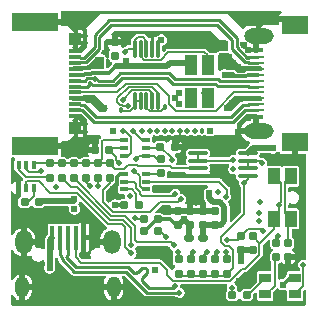
<source format=gtl>
%TF.GenerationSoftware,KiCad,Pcbnew,(6.0.10)*%
%TF.CreationDate,2023-02-04T16:55:40+01:00*%
%TF.ProjectId,twonkie,74776f6e-6b69-4652-9e6b-696361645f70,rev?*%
%TF.SameCoordinates,PX448d510PY20b3950*%
%TF.FileFunction,Copper,L1,Top*%
%TF.FilePolarity,Positive*%
%FSLAX46Y46*%
G04 Gerber Fmt 4.6, Leading zero omitted, Abs format (unit mm)*
G04 Created by KiCad (PCBNEW (6.0.10)) date 2023-02-04 16:55:40*
%MOMM*%
%LPD*%
G01*
G04 APERTURE LIST*
G04 Aperture macros list*
%AMRoundRect*
0 Rectangle with rounded corners*
0 $1 Rounding radius*
0 $2 $3 $4 $5 $6 $7 $8 $9 X,Y pos of 4 corners*
0 Add a 4 corners polygon primitive as box body*
4,1,4,$2,$3,$4,$5,$6,$7,$8,$9,$2,$3,0*
0 Add four circle primitives for the rounded corners*
1,1,$1+$1,$2,$3*
1,1,$1+$1,$4,$5*
1,1,$1+$1,$6,$7*
1,1,$1+$1,$8,$9*
0 Add four rect primitives between the rounded corners*
20,1,$1+$1,$2,$3,$4,$5,0*
20,1,$1+$1,$4,$5,$6,$7,0*
20,1,$1+$1,$6,$7,$8,$9,0*
20,1,$1+$1,$8,$9,$2,$3,0*%
G04 Aperture macros list end*
%TA.AperFunction,SMDPad,CuDef*%
%ADD10R,0.450000X2.000000*%
%TD*%
%TA.AperFunction,ComponentPad*%
%ADD11O,1.450000X2.000000*%
%TD*%
%TA.AperFunction,ComponentPad*%
%ADD12O,1.150000X1.800000*%
%TD*%
%TA.AperFunction,SMDPad,CuDef*%
%ADD13RoundRect,0.160000X-0.160000X0.197500X-0.160000X-0.197500X0.160000X-0.197500X0.160000X0.197500X0*%
%TD*%
%TA.AperFunction,SMDPad,CuDef*%
%ADD14RoundRect,0.160000X0.160000X-0.197500X0.160000X0.197500X-0.160000X0.197500X-0.160000X-0.197500X0*%
%TD*%
%TA.AperFunction,SMDPad,CuDef*%
%ADD15RoundRect,0.160000X0.197500X0.160000X-0.197500X0.160000X-0.197500X-0.160000X0.197500X-0.160000X0*%
%TD*%
%TA.AperFunction,SMDPad,CuDef*%
%ADD16R,0.650000X0.400000*%
%TD*%
%TA.AperFunction,SMDPad,CuDef*%
%ADD17RoundRect,0.155000X0.155000X-0.212500X0.155000X0.212500X-0.155000X0.212500X-0.155000X-0.212500X0*%
%TD*%
%TA.AperFunction,SMDPad,CuDef*%
%ADD18RoundRect,0.160000X-0.197500X-0.160000X0.197500X-0.160000X0.197500X0.160000X-0.197500X0.160000X0*%
%TD*%
%TA.AperFunction,SMDPad,CuDef*%
%ADD19RoundRect,0.100000X-0.712500X-0.100000X0.712500X-0.100000X0.712500X0.100000X-0.712500X0.100000X0*%
%TD*%
%TA.AperFunction,SMDPad,CuDef*%
%ADD20R,0.400000X0.650000*%
%TD*%
%TA.AperFunction,SMDPad,CuDef*%
%ADD21R,1.000000X0.800000*%
%TD*%
%TA.AperFunction,SMDPad,CuDef*%
%ADD22R,1.250000X0.410000*%
%TD*%
%TA.AperFunction,SMDPad,CuDef*%
%ADD23R,1.000000X0.260000*%
%TD*%
%TA.AperFunction,ComponentPad*%
%ADD24O,2.500000X1.300000*%
%TD*%
%TA.AperFunction,SMDPad,CuDef*%
%ADD25R,2.200000X1.500000*%
%TD*%
%TA.AperFunction,SMDPad,CuDef*%
%ADD26R,1.000000X0.300000*%
%TD*%
%TA.AperFunction,SMDPad,CuDef*%
%ADD27R,1.000000X1.000000*%
%TD*%
%TA.AperFunction,SMDPad,CuDef*%
%ADD28R,4.000000X1.500000*%
%TD*%
%TA.AperFunction,SMDPad,CuDef*%
%ADD29R,1.050000X1.400000*%
%TD*%
%TA.AperFunction,SMDPad,CuDef*%
%ADD30RoundRect,0.160000X-0.222500X-0.160000X0.222500X-0.160000X0.222500X0.160000X-0.222500X0.160000X0*%
%TD*%
%TA.AperFunction,SMDPad,CuDef*%
%ADD31R,1.100000X1.750000*%
%TD*%
%TA.AperFunction,SMDPad,CuDef*%
%ADD32RoundRect,0.075000X0.075000X-0.650000X0.075000X0.650000X-0.075000X0.650000X-0.075000X-0.650000X0*%
%TD*%
%TA.AperFunction,ViaPad*%
%ADD33C,0.609600*%
%TD*%
%TA.AperFunction,ViaPad*%
%ADD34C,0.508000*%
%TD*%
%TA.AperFunction,ViaPad*%
%ADD35C,0.457200*%
%TD*%
%TA.AperFunction,Conductor*%
%ADD36C,0.304800*%
%TD*%
%TA.AperFunction,Conductor*%
%ADD37C,0.508000*%
%TD*%
%TA.AperFunction,Conductor*%
%ADD38C,0.203200*%
%TD*%
%TA.AperFunction,Conductor*%
%ADD39C,0.248920*%
%TD*%
%TA.AperFunction,Conductor*%
%ADD40C,0.127000*%
%TD*%
%TA.AperFunction,Conductor*%
%ADD41C,0.254000*%
%TD*%
G04 APERTURE END LIST*
D10*
%TO.P,J3,1,VBUS*%
%TO.N,Net-(D1-Pad1)*%
X3729200Y-19390800D03*
%TO.P,J3,2,D-*%
%TO.N,/USB_B_D-*%
X4379200Y-19390800D03*
%TO.P,J3,3,D+*%
%TO.N,/USB_B_D+*%
X5029200Y-19390800D03*
%TO.P,J3,4,ID*%
%TO.N,/USB_B_ID*%
X5679200Y-19390800D03*
%TO.P,J3,5,GND*%
%TO.N,GND*%
X6329200Y-19390800D03*
D11*
%TO.P,J3,6,Shield*%
X1304200Y-19790800D03*
D12*
X1154200Y-23590800D03*
X8904200Y-23590800D03*
D11*
X8754200Y-19790800D03*
%TD*%
D13*
%TO.P,R17,1*%
%TO.N,/CC2_RP3A0*%
X14414500Y-21246500D03*
%TO.P,R17,2*%
%TO.N,/CC2*%
X14414500Y-22441500D03*
%TD*%
%TO.P,R19,1*%
%TO.N,/CC2_RP1A5*%
X16446500Y-21246500D03*
%TO.P,R19,2*%
%TO.N,/CC2*%
X16446500Y-22441500D03*
%TD*%
D14*
%TO.P,R10,1*%
%TO.N,/CC1_RA*%
X7556500Y-14313500D03*
%TO.P,R10,2*%
%TO.N,/CC1*%
X7556500Y-13118500D03*
%TD*%
%TO.P,R12,1*%
%TO.N,/CC1_RD*%
X5524500Y-14313500D03*
%TO.P,R12,2*%
%TO.N,/CC1*%
X5524500Y-13118500D03*
%TD*%
D13*
%TO.P,R15,1*%
%TO.N,/CC1*%
X3492500Y-13118500D03*
%TO.P,R15,2*%
%TO.N,Net-(Q1-Pad3)*%
X3492500Y-14313500D03*
%TD*%
D15*
%TO.P,R8,1*%
%TO.N,/CC1_EN*%
X8535000Y-12001500D03*
%TO.P,R8,2*%
%TO.N,GND*%
X7340000Y-12001500D03*
%TD*%
D13*
%TO.P,R18,1*%
%TO.N,/CC2_RA*%
X15430500Y-21246500D03*
%TO.P,R18,2*%
%TO.N,/CC2*%
X15430500Y-22441500D03*
%TD*%
D14*
%TO.P,R11,1*%
%TO.N,/CC1_RP1A5*%
X6540500Y-14313500D03*
%TO.P,R11,2*%
%TO.N,/CC1*%
X6540500Y-13118500D03*
%TD*%
%TO.P,R1,1*%
%TO.N,+3V3*%
X19685000Y-20473000D03*
%TO.P,R1,2*%
%TO.N,/BOOT*%
X19685000Y-19278000D03*
%TD*%
D16*
%TO.P,Q2,1,S*%
%TO.N,/CC2*%
X11681500Y-15318500D03*
%TO.P,Q2,2,G*%
%TO.N,/CC2_TX_DATA*%
X11681500Y-14668500D03*
%TO.P,Q2,3,D*%
%TO.N,Net-(Q2-Pad3)*%
X11681500Y-14018500D03*
%TO.P,Q2,4,S*%
%TO.N,GND*%
X9781500Y-14018500D03*
%TO.P,Q2,5,G*%
%TO.N,/CC2_TX_EN*%
X9781500Y-14668500D03*
%TO.P,Q2,6,D*%
%TO.N,Net-(Q2-Pad6)*%
X9781500Y-15318500D03*
%TD*%
D15*
%TO.P,R7,1*%
%TO.N,Net-(DS2-Pad3)*%
X20155500Y-24257000D03*
%TO.P,R7,2*%
%TO.N,/LED_B_L*%
X18960500Y-24257000D03*
%TD*%
D14*
%TO.P,R13,1*%
%TO.N,/CC1_RPUSB*%
X4508500Y-14313500D03*
%TO.P,R13,2*%
%TO.N,/CC1*%
X4508500Y-13118500D03*
%TD*%
D15*
%TO.P,R22,1*%
%TO.N,Net-(Q2-Pad6)*%
X11011500Y-16637000D03*
%TO.P,R22,2*%
%TO.N,+3V3*%
X9816500Y-16637000D03*
%TD*%
D17*
%TO.P,C4,1*%
%TO.N,+3V3*%
X14351000Y-18284000D03*
%TO.P,C4,2*%
%TO.N,GND*%
X14351000Y-17149000D03*
%TD*%
D13*
%TO.P,R23,1*%
%TO.N,/CC2*%
X12954000Y-12737500D03*
%TO.P,R23,2*%
%TO.N,Net-(Q2-Pad3)*%
X12954000Y-13932500D03*
%TD*%
D18*
%TO.P,R14,1*%
%TO.N,Net-(Q1-Pad6)*%
X1371000Y-16383000D03*
%TO.P,R14,2*%
%TO.N,+3V3*%
X2566000Y-16383000D03*
%TD*%
%TO.P,R16,1*%
%TO.N,/CC2_EN*%
X12864500Y-11684000D03*
%TO.P,R16,2*%
%TO.N,GND*%
X14059500Y-11684000D03*
%TD*%
D19*
%TO.P,U5,1*%
%TO.N,/CC1_BUF*%
X16048500Y-12233000D03*
%TO.P,U5,2,-*%
X16048500Y-12883000D03*
%TO.P,U5,3,+*%
%TO.N,/CC1*%
X16048500Y-13533000D03*
%TO.P,U5,4,V-*%
%TO.N,GND*%
X16048500Y-14183000D03*
%TO.P,U5,5,+*%
%TO.N,/CC2*%
X20273500Y-14183000D03*
%TO.P,U5,6,-*%
%TO.N,/CC2_BUF*%
X20273500Y-13533000D03*
%TO.P,U5,7*%
X20273500Y-12883000D03*
%TO.P,U5,8,V+*%
%TO.N,+3V3*%
X20273500Y-12233000D03*
%TD*%
D13*
%TO.P,R20,1*%
%TO.N,/CC2_RD*%
X17462500Y-21246500D03*
%TO.P,R20,2*%
%TO.N,/CC2*%
X17462500Y-22441500D03*
%TD*%
%TO.P,R21,1*%
%TO.N,/CC2_RPUSB*%
X18478500Y-21246500D03*
%TO.P,R21,2*%
%TO.N,/CC2*%
X18478500Y-22441500D03*
%TD*%
D16*
%TO.P,Q3,1,S*%
%TO.N,/CC1*%
X9781500Y-11161000D03*
%TO.P,Q3,2,G*%
%TO.N,/CC1_EN*%
X9781500Y-11811000D03*
%TO.P,Q3,3,D*%
%TO.N,/CC2_RECEP*%
X9781500Y-12461000D03*
%TO.P,Q3,4,S*%
%TO.N,/CC2*%
X11681500Y-12461000D03*
%TO.P,Q3,5,G*%
%TO.N,/CC2_EN*%
X11681500Y-11811000D03*
%TO.P,Q3,6,D*%
%TO.N,/CC1_RECEP*%
X11681500Y-11161000D03*
%TD*%
D20*
%TO.P,Q1,1,S*%
%TO.N,/CC1*%
X2174000Y-13274000D03*
%TO.P,Q1,2,G*%
%TO.N,/CC1_TX_DATA*%
X1524000Y-13274000D03*
%TO.P,Q1,3,D*%
%TO.N,Net-(Q1-Pad3)*%
X874000Y-13274000D03*
%TO.P,Q1,4,S*%
%TO.N,GND*%
X874000Y-15174000D03*
%TO.P,Q1,5,G*%
%TO.N,/CC1_TX_EN*%
X1524000Y-15174000D03*
%TO.P,Q1,6,D*%
%TO.N,Net-(Q1-Pad6)*%
X2174000Y-15174000D03*
%TD*%
D21*
%TO.P,DS2,1,RK*%
%TO.N,Net-(DS2-Pad1)*%
X24237000Y-24195000D03*
%TO.P,DS2,2,A*%
%TO.N,+5V*%
X24237000Y-22795000D03*
%TO.P,DS2,3,BK*%
%TO.N,Net-(DS2-Pad3)*%
X21737000Y-22795000D03*
%TO.P,DS2,4,GK*%
%TO.N,Net-(DS2-Pad4)*%
X21737000Y-24195000D03*
%TD*%
D17*
%TO.P,C9,1*%
%TO.N,+3V3*%
X8991600Y-3996500D03*
%TO.P,C9,2*%
%TO.N,GND*%
X8991600Y-2861500D03*
%TD*%
D22*
%TO.P,J1,A1,GND*%
%TO.N,GND*%
X20965000Y-3525000D03*
D23*
%TO.P,J1,A2,TX1+*%
%TO.N,/TX1+*%
X21090000Y-4100000D03*
%TO.P,J1,A3,TX1-*%
%TO.N,/TX1-*%
X21090000Y-4600000D03*
%TO.P,J1,A4,VBUS*%
%TO.N,/VBUS_PLUG*%
X21090000Y-5100000D03*
%TO.P,J1,A5,CC*%
%TO.N,/CC1_PLUG*%
X21090000Y-5600000D03*
%TO.P,J1,A6,D+*%
%TO.N,/USBC_D+*%
X21090000Y-6100000D03*
%TO.P,J1,A7,D-*%
%TO.N,/USBC_D-*%
X21090000Y-6600000D03*
%TO.P,J1,A8,SBU1*%
%TO.N,/SBU1*%
X21090000Y-7100000D03*
%TO.P,J1,A9,VBUS*%
%TO.N,/VBUS_PLUG*%
X21090000Y-7600000D03*
%TO.P,J1,A10,RX2-*%
%TO.N,/RX2-*%
X21090000Y-8100000D03*
%TO.P,J1,A11,RX2+*%
%TO.N,/RX2+*%
X21090000Y-8600000D03*
D22*
%TO.P,J1,A12,GND*%
%TO.N,GND*%
X20965000Y-9175000D03*
D24*
%TO.P,J1,S1,SHIELD*%
X21190000Y-10360000D03*
%TO.P,J1,S2,SHIELD*%
X21190000Y-2340000D03*
D25*
%TO.P,J1,S3,SHIELD*%
X24290000Y-11300000D03*
%TO.P,J1,S4,SHIELD*%
X24290000Y-1400000D03*
%TD*%
D26*
%TO.P,J2,A1,GND*%
%TO.N,GND*%
X5675000Y-3600000D03*
%TO.P,J2,A2,TX1+*%
%TO.N,/TX1+*%
X5675000Y-4100000D03*
%TO.P,J2,A3,TX1-*%
%TO.N,/TX1-*%
X5675000Y-4600000D03*
%TO.P,J2,A4,VBUS*%
%TO.N,/VBUS_RECEP*%
X5675000Y-5100000D03*
%TO.P,J2,A5,CC1*%
%TO.N,/CC1_RECEP*%
X5675000Y-5600000D03*
%TO.P,J2,A6,D+*%
%TO.N,/USBC_D+*%
X5675000Y-6100000D03*
%TO.P,J2,A7,D-*%
%TO.N,/USBC_D-*%
X5675000Y-6600000D03*
%TO.P,J2,A8,SBU1*%
%TO.N,/SBU1*%
X5675000Y-7100000D03*
%TO.P,J2,A9,VBUS*%
%TO.N,/VBUS_RECEP*%
X5675000Y-7600000D03*
%TO.P,J2,A10,RX2-*%
%TO.N,/RX2-*%
X5675000Y-8100000D03*
%TO.P,J2,A11,RX2+*%
%TO.N,/RX2+*%
X5675000Y-8600000D03*
%TO.P,J2,A12,GND*%
%TO.N,GND*%
X5675000Y-9100000D03*
D27*
%TO.P,J2,S1,SHIELD*%
X5675000Y-2600000D03*
%TO.P,J2,S2,SHIELD*%
X5675000Y-10100000D03*
D28*
%TO.P,J2,S5,SHIELD*%
X2215000Y-1100000D03*
%TO.P,J2,S6,SHIELD*%
X2215000Y-11600000D03*
%TD*%
D15*
%TO.P,R26,1*%
%TO.N,+3V3*%
X12662500Y-17843500D03*
%TO.P,R26,2*%
%TO.N,/INA_SDA*%
X11467500Y-17843500D03*
%TD*%
D18*
%TO.P,R25,1*%
%TO.N,+3V3*%
X11467500Y-18859500D03*
%TO.P,R25,2*%
%TO.N,/INA_SCL*%
X12662500Y-18859500D03*
%TD*%
D14*
%TO.P,R9,1*%
%TO.N,/CC1_RP3A0*%
X8572500Y-14313500D03*
%TO.P,R9,2*%
%TO.N,/CC1*%
X8572500Y-13118500D03*
%TD*%
D17*
%TO.P,C5,1*%
%TO.N,Net-(C5-Pad1)*%
X16446500Y-18284000D03*
%TO.P,C5,2*%
%TO.N,GND*%
X16446500Y-17149000D03*
%TD*%
D14*
%TO.P,R6,1*%
%TO.N,Net-(DS2-Pad4)*%
X22669500Y-21044500D03*
%TO.P,R6,2*%
%TO.N,/LED_G_L*%
X22669500Y-19849500D03*
%TD*%
D13*
%TO.P,R24,1*%
%TO.N,Net-(R24-Pad1)*%
X23685500Y-19849500D03*
%TO.P,R24,2*%
%TO.N,GND*%
X23685500Y-21044500D03*
%TD*%
D14*
%TO.P,R27,1*%
%TO.N,+3V3*%
X20701000Y-20473000D03*
%TO.P,R27,2*%
%TO.N,/USB_B_ID*%
X20701000Y-19278000D03*
%TD*%
D29*
%TO.P,SW1,1,1*%
%TO.N,/USB_B_ID*%
X22457500Y-17802000D03*
X22457500Y-14202000D03*
%TO.P,SW1,2,2*%
%TO.N,Net-(R24-Pad1)*%
X23897500Y-14202000D03*
X23897500Y-17802000D03*
%TD*%
D30*
%TO.P,FB2,1*%
%TO.N,+3V3*%
X15302500Y-19392900D03*
%TO.P,FB2,2*%
%TO.N,Net-(C5-Pad1)*%
X16447500Y-19392900D03*
%TD*%
D17*
%TO.P,C2,1*%
%TO.N,+3V3*%
X15367000Y-18284000D03*
%TO.P,C2,2*%
%TO.N,GND*%
X15367000Y-17149000D03*
%TD*%
%TO.P,C6,1*%
%TO.N,Net-(C5-Pad1)*%
X17462500Y-18284000D03*
%TO.P,C6,2*%
%TO.N,GND*%
X17462500Y-17149000D03*
%TD*%
D31*
%TO.P,R29,1,1*%
%TO.N,/CC1_PLUG*%
X15454400Y-7547200D03*
%TO.P,R29,2,2*%
%TO.N,/VRCONN+*%
X16854400Y-7547200D03*
%TO.P,R29,3,3*%
%TO.N,/VRCONN-*%
X16854400Y-4797200D03*
%TO.P,R29,4,4*%
%TO.N,/CC1_RECEP*%
X15454400Y-4797200D03*
%TD*%
D32*
%TO.P,U2,1,A1*%
%TO.N,+3V3*%
X10684000Y-7788000D03*
%TO.P,U2,2,A0*%
X11184000Y-7788000D03*
%TO.P,U2,3,~{Alert}*%
%TO.N,/VCONN_ALERT_L*%
X11684000Y-7788000D03*
%TO.P,U2,4,SDA*%
%TO.N,/INA_SDA*%
X12184000Y-7788000D03*
%TO.P,U2,5,SCL*%
%TO.N,/INA_SCL*%
X12684000Y-7788000D03*
%TO.P,U2,6,VS*%
%TO.N,+3V3*%
X12684000Y-3388000D03*
%TO.P,U2,7,GND*%
%TO.N,GND*%
X12184000Y-3388000D03*
%TO.P,U2,8,Vbus*%
%TO.N,/VRCONN+*%
X11684000Y-3388000D03*
%TO.P,U2,9,Vin-*%
%TO.N,/VRCONN-*%
X11184000Y-3388000D03*
%TO.P,U2,10,Vin+*%
%TO.N,/VRCONN+*%
X10684000Y-3388000D03*
%TD*%
D33*
%TO.N,GND*%
X8890000Y-15240000D03*
D34*
X19177000Y-14732000D03*
D33*
X4673600Y-17881600D03*
X13462000Y-20447000D03*
X13412792Y-16961149D03*
X5334000Y-17881600D03*
X571500Y-12001500D03*
D34*
X6477000Y-9779000D03*
X6477000Y-2921000D03*
X6477000Y-2286000D03*
X6477000Y-10414000D03*
D33*
X635000Y-698500D03*
X19431000Y-10414000D03*
X19939000Y-3048000D03*
X21526500Y-21399500D03*
X20320000Y-3492500D03*
X24257000Y-11620500D03*
X5715000Y-1460500D03*
X16256000Y-15621000D03*
X19558000Y-11303000D03*
X8888837Y-2795747D03*
X22288500Y-889000D03*
X3873500Y-698500D03*
X3873500Y-12001500D03*
X24257000Y-12636500D03*
X23558500Y-1016000D03*
X20256500Y-9271000D03*
X19514320Y-23067117D03*
D34*
X14520288Y-10337780D03*
D33*
X5715000Y-11303000D03*
%TO.N,+5V*%
X23241000Y-23368000D03*
%TO.N,+3V3*%
X5588000Y-16967200D03*
X19685000Y-21336000D03*
X5588000Y-16154400D03*
X12442000Y-22102000D03*
X9017000Y-16637000D03*
X22415500Y-11811000D03*
X14859000Y-17843500D03*
X8890000Y-10350500D03*
D35*
X9499600Y-8622800D03*
D33*
X12942773Y-2656965D03*
X17058298Y-10337800D03*
X8991600Y-3996500D03*
%TO.N,Net-(D1-Pad1)*%
X3491500Y-21959300D03*
D34*
%TO.N,/CC1_RECEP*%
X10515000Y-10341207D03*
D33*
X9976419Y-4433116D03*
D34*
%TO.N,/CC2_RECEP*%
X9728200Y-10350500D03*
X11277600Y-10337800D03*
D35*
X16398395Y-10337800D03*
D34*
%TO.N,/CC1_TX_DATA*%
X2794000Y-13716000D03*
X4000500Y-15113000D03*
%TO.N,/CC1_TX_EN*%
X10414000Y-20701000D03*
%TO.N,/CC2_TX_DATA*%
X18391125Y-15914625D03*
%TO.N,/CC2_TX_EN*%
X14132613Y-15704645D03*
%TO.N,/CC2*%
X10795000Y-12700000D03*
X19939000Y-14732000D03*
X10668000Y-13716000D03*
%TO.N,/CC1_EN*%
X9337588Y-13053528D03*
X17780000Y-15557500D03*
%TO.N,/CC2_EN*%
X19050000Y-13589000D03*
X13843000Y-12827000D03*
%TO.N,/BOOT*%
X21526500Y-18796000D03*
X18516599Y-19558000D03*
%TO.N,/LED_G_L*%
X22796500Y-19240500D03*
%TO.N,/LED_B_L*%
X18923000Y-23622000D03*
%TO.N,/CC1_RP3A0*%
X14605000Y-16129000D03*
%TO.N,/CC1_RA*%
X7576582Y-15013987D03*
%TO.N,/CC1_RP1A5*%
X6893953Y-14999838D03*
%TO.N,/CC1_RD*%
X14010642Y-20035519D03*
%TO.N,/CC1_RPUSB*%
X10414000Y-20002500D03*
%TO.N,/CC2_RP3A0*%
X14351000Y-20574000D03*
%TO.N,/CC2_RA*%
X15621000Y-20574000D03*
%TO.N,/CC2_RP1A5*%
X16793347Y-20574000D03*
%TO.N,/CC2_RD*%
X17653000Y-20574000D03*
%TO.N,/CC2_RPUSB*%
X18415000Y-20574000D03*
%TO.N,/INA_SCL*%
X13307848Y-19323564D03*
X12597662Y-10337303D03*
X10102421Y-8225857D03*
%TO.N,/INA_SDA*%
X10714245Y-17733755D03*
X9667107Y-7759700D03*
X13251284Y-10337300D03*
%TO.N,/VBUS_ALERT_L*%
X13885786Y-10337915D03*
X21209000Y-17970500D03*
%TO.N,/VCONN_ALERT_L*%
X21209000Y-17335500D03*
X15154790Y-10337801D03*
D35*
X13284200Y-8356600D03*
D34*
%TO.N,/CC2_BUF*%
X21463000Y-13081000D03*
%TO.N,/CC1_BUF*%
X19050000Y-12827000D03*
D33*
%TO.N,/VBUS_PLUG*%
X18135600Y-4318000D03*
X18516600Y-4699000D03*
X18932637Y-8010637D03*
X18643600Y-4140200D03*
X18538937Y-8404337D03*
X19405600Y-7658300D03*
X19431000Y-4953000D03*
X19050000Y-4572000D03*
%TO.N,/VBUS_RECEP*%
X7213600Y-4800600D03*
X7585260Y-8162740D03*
X14097000Y-7594600D03*
X14423163Y-7114210D03*
X7569200Y-4368800D03*
X14423798Y-8090400D03*
X7772400Y-4851899D03*
X8064500Y-8445500D03*
X7203578Y-7809844D03*
D34*
%TO.N,/SBU2*%
X11963168Y-10334026D03*
X15789292Y-10337800D03*
D35*
%TO.N,/USBC_D-*%
X6890246Y-6388110D03*
%TO.N,/USBC_D+*%
X7302500Y-5969000D03*
D34*
%TO.N,/USB_B_D+*%
X14122400Y-23520400D03*
%TO.N,/USB_B_D-*%
X14478000Y-24066500D03*
%TO.N,/TX_CLK*%
X21335742Y-16370299D03*
X10287000Y-15875000D03*
%TO.N,Net-(DS2-Pad1)*%
X24965601Y-21706899D03*
D33*
%TO.N,Net-(C5-Pad1)*%
X17018000Y-15621000D03*
D34*
%TO.N,/USB_B_ID*%
X22923500Y-16637000D03*
%TO.N,/VRCONN+*%
X16535400Y-7112000D03*
X9837500Y-3714271D03*
D33*
%TO.N,/CC1_PLUG*%
X15519400Y-8001000D03*
X18301778Y-5588500D03*
%TD*%
D36*
%TO.N,GND*%
X9403578Y-14018500D02*
X9177099Y-14244979D01*
X9177099Y-14244979D02*
X9177099Y-14952901D01*
X9177099Y-14952901D02*
X8890000Y-15240000D01*
X9781500Y-14018500D02*
X9403578Y-14018500D01*
X6477000Y-2921000D02*
X5996000Y-2921000D01*
X6477000Y-2921000D02*
X6477000Y-2286000D01*
X6477000Y-9779000D02*
X5996000Y-9779000D01*
X6115500Y-9100000D02*
X6477000Y-9461500D01*
X6477000Y-9461500D02*
X6477000Y-9779000D01*
X5675000Y-9100000D02*
X6115500Y-9100000D01*
X6477000Y-9779000D02*
X6477000Y-10414000D01*
X6115500Y-3600000D02*
X6477000Y-3238500D01*
X6477000Y-2286000D02*
X5989000Y-2286000D01*
X5675000Y-3600000D02*
X6115500Y-3600000D01*
X6477000Y-3238500D02*
X6477000Y-2921000D01*
X6477000Y-10414000D02*
X5989000Y-10414000D01*
X6146800Y-11303000D02*
X6477000Y-10972800D01*
D37*
X20965000Y-3525000D02*
X20965000Y-2523990D01*
D38*
X14520288Y-10337780D02*
X14520288Y-11223212D01*
D36*
X6477000Y-1828800D02*
X6108700Y-1460500D01*
D37*
X23431500Y-889000D02*
X23558500Y-1016000D01*
D39*
X5798000Y-3600000D02*
X6477000Y-2921000D01*
D36*
X6477000Y-10972800D02*
X6477000Y-10414000D01*
D38*
X14520288Y-11223212D02*
X14059500Y-11684000D01*
D36*
X6477000Y-2286000D02*
X6477000Y-1828800D01*
X6108700Y-1460500D02*
X5715000Y-1460500D01*
X5715000Y-11303000D02*
X6146800Y-11303000D01*
D37*
X22288500Y-889000D02*
X23431500Y-889000D01*
D36*
X8954590Y-2861500D02*
X8888837Y-2795747D01*
X8991600Y-2861500D02*
X8954590Y-2861500D01*
D37*
X20965000Y-9175000D02*
X20965000Y-10176010D01*
D39*
X5798000Y-9100000D02*
X6477000Y-9779000D01*
D36*
%TO.N,+5V*%
X24237000Y-22795000D02*
X23814000Y-22795000D01*
X23814000Y-22795000D02*
X23241000Y-23368000D01*
%TO.N,+3V3*%
X9816500Y-16637000D02*
X9017000Y-16637000D01*
D37*
X5588000Y-16256000D02*
X2693000Y-16256000D01*
X2693000Y-16256000D02*
X2566000Y-16383000D01*
D36*
X13716000Y-17843500D02*
X12662500Y-17843500D01*
X12684000Y-3388000D02*
X12684000Y-2915738D01*
D37*
X15299500Y-18284000D02*
X14859000Y-17843500D01*
D36*
X12684000Y-2915738D02*
X12942773Y-2656965D01*
D38*
X11184000Y-7788000D02*
X10684000Y-7788000D01*
D36*
X11557000Y-18859500D02*
X12573000Y-17843500D01*
D40*
X10286539Y-8670357D02*
X10684000Y-8272896D01*
D37*
X19685000Y-21336000D02*
X19685000Y-20473000D01*
X20273500Y-12233000D02*
X20695500Y-11811000D01*
X19685000Y-20473000D02*
X20701000Y-20473000D01*
X15302500Y-19392900D02*
X15302500Y-18348500D01*
X15302500Y-18348500D02*
X15367000Y-18284000D01*
D36*
X14156500Y-18284000D02*
X13716000Y-17843500D01*
D40*
X9547157Y-8670357D02*
X10286539Y-8670357D01*
D36*
X14351000Y-18284000D02*
X14156500Y-18284000D01*
D37*
X15367000Y-18284000D02*
X15299500Y-18284000D01*
X14418500Y-18284000D02*
X14859000Y-17843500D01*
X20695500Y-11811000D02*
X22415500Y-11811000D01*
D40*
X9499600Y-8622800D02*
X9547157Y-8670357D01*
D37*
X14351000Y-18284000D02*
X14418500Y-18284000D01*
%TO.N,Net-(D1-Pad1)*%
X3491500Y-21959300D02*
X3491500Y-19628500D01*
X3491500Y-19628500D02*
X3729200Y-19390800D01*
D38*
%TO.N,Net-(DS2-Pad3)*%
X20312500Y-24219500D02*
X21737000Y-22795000D01*
%TO.N,Net-(DS2-Pad4)*%
X21842500Y-24195000D02*
X22542500Y-23495000D01*
X22542500Y-23495000D02*
X22542500Y-21171500D01*
D36*
%TO.N,/CC1_RECEP*%
X5675000Y-5600000D02*
X6402250Y-5600000D01*
X7058659Y-5460999D02*
X8509001Y-5460999D01*
D38*
X11288000Y-11161000D02*
X11681500Y-11161000D01*
D37*
X9701020Y-4824220D02*
X13438380Y-4824220D01*
D38*
X10515000Y-10341207D02*
X10515000Y-10388000D01*
X10515000Y-10388000D02*
X11288000Y-11161000D01*
D37*
X15229200Y-4572000D02*
X13690600Y-4572000D01*
D38*
X9701020Y-4708515D02*
X9701020Y-4824220D01*
D37*
X9145780Y-4824220D02*
X9701020Y-4824220D01*
X13438380Y-4824220D02*
X13690600Y-4572000D01*
D38*
X9976419Y-4433116D02*
X9701020Y-4708515D01*
D36*
X8509001Y-5460999D02*
X9145780Y-4824220D01*
X6402250Y-5600000D02*
X6503160Y-5499090D01*
X7020568Y-5499090D02*
X7058659Y-5460999D01*
X6503160Y-5499090D02*
X7020568Y-5499090D01*
D37*
X15454400Y-4797200D02*
X15229200Y-4572000D01*
D38*
%TO.N,/CC2_RECEP*%
X9842500Y-10350500D02*
X10335100Y-10843100D01*
X9728200Y-10350500D02*
X9842500Y-10350500D01*
X10335100Y-12239600D02*
X10113700Y-12461000D01*
X10113700Y-12461000D02*
X9781500Y-12461000D01*
X10335100Y-10843100D02*
X10335100Y-12239600D01*
%TO.N,Net-(Q1-Pad6)*%
X2174000Y-15834000D02*
X2174000Y-15174000D01*
X1625000Y-16383000D02*
X2174000Y-15834000D01*
%TO.N,/CC1_TX_DATA*%
X1524000Y-13589000D02*
X1762601Y-13827601D01*
X1524000Y-13274000D02*
X1524000Y-13589000D01*
X2682399Y-13827601D02*
X2794000Y-13716000D01*
X1762601Y-13827601D02*
X2682399Y-13827601D01*
%TO.N,/CC1_TX_EN*%
X10414000Y-20701000D02*
X9900946Y-20187946D01*
X1524000Y-14645800D02*
X1524000Y-15174000D01*
X3557482Y-15621000D02*
X2556881Y-14620399D01*
X9588500Y-18224500D02*
X8445500Y-18224500D01*
X2556881Y-14620399D02*
X1549401Y-14620399D01*
X8445500Y-18224500D02*
X5842000Y-15621000D01*
X1549401Y-14620399D02*
X1524000Y-14645800D01*
X9900946Y-18536946D02*
X9588500Y-18224500D01*
X9900946Y-20187946D02*
X9900946Y-18536946D01*
X5842000Y-15621000D02*
X3557482Y-15621000D01*
%TO.N,Net-(Q1-Pad3)*%
X1521312Y-14290188D02*
X3469188Y-14290188D01*
X874000Y-13642876D02*
X1521312Y-14290188D01*
X874000Y-13274000D02*
X874000Y-13642876D01*
%TO.N,/CC1*%
X10134601Y-13233399D02*
X10899649Y-13233399D01*
X9779000Y-13589000D02*
X10134601Y-13233399D01*
X9043000Y-13589000D02*
X9779000Y-13589000D01*
X10899649Y-13233399D02*
X10989860Y-13323610D01*
X8572500Y-13118500D02*
X9043000Y-13589000D01*
X2329500Y-13118500D02*
X2174000Y-13274000D01*
X5524500Y-13118500D02*
X4508500Y-13118500D01*
X4508500Y-13118500D02*
X3492500Y-13118500D01*
X7556500Y-13118500D02*
X6540500Y-13118500D01*
X8572500Y-13118500D02*
X7556500Y-13118500D01*
X8016000Y-11161000D02*
X7926110Y-11250890D01*
X7926110Y-12748890D02*
X7556500Y-13118500D01*
X6540500Y-13118500D02*
X5524500Y-13118500D01*
X9781500Y-11161000D02*
X8016000Y-11161000D01*
X7926110Y-11250890D02*
X7926110Y-12748890D01*
X3492500Y-13118500D02*
X2329500Y-13118500D01*
X13850500Y-13533000D02*
X13641110Y-13323610D01*
X10989860Y-13323610D02*
X13641110Y-13323610D01*
X16048500Y-13533000D02*
X13850500Y-13533000D01*
%TO.N,Net-(Q2-Pad6)*%
X10797689Y-15671439D02*
X10797689Y-16423189D01*
X10444750Y-15318500D02*
X10797689Y-15671439D01*
X9781500Y-15318500D02*
X10444750Y-15318500D01*
%TO.N,/CC2_TX_DATA*%
X18516601Y-15789149D02*
X18516601Y-15325851D01*
X11681500Y-14668500D02*
X17859250Y-14668500D01*
X18391125Y-15914625D02*
X18516601Y-15789149D01*
X18516601Y-15325851D02*
X17859250Y-14668500D01*
%TO.N,/CC2_TX_EN*%
X11127899Y-15518368D02*
X10797689Y-15188158D01*
X13970995Y-15866263D02*
X11292781Y-15866263D01*
X11292781Y-15866263D02*
X11127899Y-15701381D01*
X10604500Y-14668500D02*
X9781500Y-14668500D01*
X14132613Y-15704645D02*
X13970995Y-15866263D01*
X11127899Y-15701381D02*
X11127899Y-15518368D01*
X10797689Y-14861689D02*
X10604500Y-14668500D01*
X10797689Y-15188158D02*
X10797689Y-14861689D01*
%TO.N,Net-(Q2-Pad3)*%
X11681500Y-14018500D02*
X12868000Y-14018500D01*
%TO.N,/CC2*%
X11034000Y-12461000D02*
X10795000Y-12700000D01*
X18478500Y-22632000D02*
X17462500Y-22632000D01*
X12334000Y-12461000D02*
X12610500Y-12737500D01*
X11681500Y-12461000D02*
X12334000Y-12461000D01*
X16446500Y-22632000D02*
X15430500Y-22632000D01*
X11127899Y-14175899D02*
X11127899Y-15051381D01*
X15430500Y-22632000D02*
X14414500Y-22632000D01*
X11127899Y-15051381D02*
X11395018Y-15318500D01*
X10668000Y-13716000D02*
X11127899Y-14175899D01*
X11395018Y-15318500D02*
X11681500Y-15318500D01*
X12610500Y-12737500D02*
X12954000Y-12737500D01*
X17462500Y-22632000D02*
X16446500Y-22632000D01*
X11681500Y-12461000D02*
X11034000Y-12461000D01*
X19027110Y-21956390D02*
X19027110Y-20471860D01*
X19939000Y-17399000D02*
X19939000Y-14732000D01*
X20273500Y-14183000D02*
X20273500Y-14397500D01*
X18033999Y-19787630D02*
X18033999Y-19304001D01*
X18478500Y-22505000D02*
X19027110Y-21956390D01*
X18646649Y-20091399D02*
X18337768Y-20091399D01*
X18033999Y-19304001D02*
X19939000Y-17399000D01*
X20273500Y-14397500D02*
X19939000Y-14732000D01*
X19027110Y-20471860D02*
X18646649Y-20091399D01*
X18337768Y-20091399D02*
X18033999Y-19787630D01*
%TO.N,/CC1_EN*%
X9121110Y-12587610D02*
X9121110Y-12837050D01*
X9781500Y-11811000D02*
X8725500Y-11811000D01*
X8535000Y-12001500D02*
X9121110Y-12587610D01*
X9121110Y-12837050D02*
X9337588Y-13053528D01*
%TO.N,/CC2_EN*%
X11681500Y-11811000D02*
X12737500Y-11811000D01*
X13843000Y-12662500D02*
X13843000Y-12827000D01*
X12864500Y-11684000D02*
X13843000Y-12662500D01*
%TO.N,/BOOT*%
X20271110Y-18691890D02*
X21422390Y-18691890D01*
X21526500Y-18796000D02*
X21422390Y-18691890D01*
X18516599Y-19558000D02*
X19405000Y-19558000D01*
X19405000Y-19558000D02*
X19685000Y-19278000D01*
X19685000Y-19278000D02*
X20271110Y-18691890D01*
%TO.N,/LED_G_L*%
X22796500Y-19240500D02*
X22796500Y-19405000D01*
X22669500Y-19367500D02*
X22796500Y-19240500D01*
X22669500Y-19849500D02*
X22669500Y-19367500D01*
%TO.N,/LED_B_L*%
X18923000Y-23622000D02*
X18923000Y-24219500D01*
%TO.N,/CC1_RP3A0*%
X14605000Y-16129000D02*
X14351001Y-16382999D01*
X14351001Y-16382999D02*
X12827001Y-16382999D01*
X8001000Y-16379036D02*
X8001000Y-15339566D01*
X11976133Y-17233867D02*
X8855831Y-17233867D01*
X12827001Y-16382999D02*
X11976133Y-17233867D01*
X8572500Y-14768066D02*
X8572500Y-14313500D01*
X8855831Y-17233867D02*
X8001000Y-16379036D01*
X8001000Y-15339566D02*
X8572500Y-14768066D01*
%TO.N,/CC1_RA*%
X7556500Y-14313500D02*
X7556500Y-14993905D01*
X7556500Y-14993905D02*
X7576582Y-15013987D01*
%TO.N,/CC1_RP1A5*%
X6540500Y-14646385D02*
X6893953Y-14999838D01*
X6540500Y-14313500D02*
X6540500Y-14646385D01*
%TO.N,/CC1_RD*%
X9862054Y-17564078D02*
X8719054Y-17564078D01*
X5524500Y-14369524D02*
X8719054Y-17564078D01*
X9862054Y-17564078D02*
X10744208Y-18446234D01*
X13781288Y-19806165D02*
X12694165Y-19806165D01*
X14010642Y-20035519D02*
X13781288Y-19806165D01*
X10744208Y-19634208D02*
X10916165Y-19806165D01*
X10744208Y-18446234D02*
X10744208Y-19634208D01*
X10916165Y-19806165D02*
X12694165Y-19806165D01*
%TO.N,/CC1_RPUSB*%
X9725277Y-17894289D02*
X8582277Y-17894289D01*
X10414000Y-18583012D02*
X9725277Y-17894289D01*
X8582277Y-17894289D02*
X5800988Y-15113000D01*
X5800988Y-15113000D02*
X5308000Y-15113000D01*
X5308000Y-15113000D02*
X4508500Y-14313500D01*
X10414000Y-20002500D02*
X10414000Y-18583012D01*
%TO.N,/CC2_RP3A0*%
X14414500Y-21437000D02*
X14414500Y-20637500D01*
X14414500Y-20637500D02*
X14351000Y-20574000D01*
%TO.N,/CC2_RA*%
X15430500Y-21310000D02*
X15430500Y-20764500D01*
X15430500Y-20764500D02*
X15621000Y-20574000D01*
%TO.N,/CC2_RP1A5*%
X16446500Y-20920847D02*
X16793347Y-20574000D01*
X16446500Y-21310000D02*
X16446500Y-20920847D01*
%TO.N,/CC2_RD*%
X17462500Y-21310000D02*
X17462500Y-20764500D01*
X17462500Y-20764500D02*
X17653000Y-20574000D01*
%TO.N,/CC2_RPUSB*%
X18478500Y-20637500D02*
X18415000Y-20574000D01*
X18478500Y-21310000D02*
X18478500Y-20637500D01*
D40*
%TO.N,/INA_SCL*%
X9673697Y-8204200D02*
X9482989Y-8204200D01*
X9222607Y-7943818D02*
X9222607Y-7566793D01*
X10102421Y-8225857D02*
X9695354Y-8225857D01*
X9482989Y-8204200D02*
X9222607Y-7943818D01*
D38*
X12843784Y-18859500D02*
X13307848Y-19323564D01*
D40*
X9222607Y-7566793D02*
X10170900Y-6618500D01*
X10170900Y-6618500D02*
X12114974Y-6618500D01*
X9695354Y-8225857D02*
X9673697Y-8204200D01*
X12114974Y-6618500D02*
X12684000Y-7187526D01*
%TO.N,/INA_SDA*%
X9667107Y-7704419D02*
X10499026Y-6872500D01*
X9667107Y-7759700D02*
X9667107Y-7704419D01*
X10499026Y-6872500D02*
X11868974Y-6872500D01*
X11868974Y-6872500D02*
X12184000Y-7187526D01*
D38*
X10823990Y-17843500D02*
X10714245Y-17733755D01*
X11467500Y-17843500D02*
X10823990Y-17843500D01*
D40*
%TO.N,/VCONN_ALERT_L*%
X12937300Y-8703500D02*
X13284200Y-8356600D01*
X11999026Y-8703500D02*
X12937300Y-8703500D01*
X11684000Y-8388474D02*
X11999026Y-8703500D01*
D38*
%TO.N,/CC2_BUF*%
X21265000Y-12883000D02*
X21463000Y-13081000D01*
X20273500Y-12883000D02*
X20273500Y-13533000D01*
X20273500Y-12883000D02*
X21265000Y-12883000D01*
%TO.N,/CC1_BUF*%
X16048500Y-12883000D02*
X16048500Y-12233000D01*
X18994000Y-12883000D02*
X19050000Y-12827000D01*
X16048500Y-12883000D02*
X18994000Y-12883000D01*
D36*
%TO.N,/VBUS_RECEP*%
X6993734Y-7600000D02*
X7203578Y-7809844D01*
X5675000Y-7600000D02*
X6993734Y-7600000D01*
X6339158Y-5016500D02*
X6604000Y-5016500D01*
D37*
X7585260Y-8162740D02*
X7232364Y-7809844D01*
D36*
X5675000Y-5100000D02*
X6255658Y-5100000D01*
D37*
X7134791Y-7784100D02*
X7177834Y-7784100D01*
X7177834Y-7784100D02*
X7203578Y-7809844D01*
X7232364Y-7809844D02*
X7203578Y-7809844D01*
X7894431Y-8543740D02*
X7585260Y-8234569D01*
X8064500Y-8445500D02*
X7894431Y-8543740D01*
D36*
X6255658Y-5100000D02*
X6339158Y-5016500D01*
D37*
X7585260Y-8234569D02*
X7585260Y-8162740D01*
D41*
%TO.N,/RX2+*%
X6025000Y-8600000D02*
X6071800Y-8553200D01*
X20339999Y-8600000D02*
X21090000Y-8600000D01*
X20055170Y-8553200D02*
X20293199Y-8553200D01*
X19007170Y-9601200D02*
X20055170Y-8553200D01*
X6233830Y-8553200D02*
X7281830Y-9601200D01*
X20293199Y-8553200D02*
X20339999Y-8600000D01*
X7281830Y-9601200D02*
X19007170Y-9601200D01*
X6071800Y-8553200D02*
X6233830Y-8553200D01*
%TO.N,/RX2-*%
X7450170Y-9194800D02*
X18838830Y-9194800D01*
X20293199Y-8146800D02*
X20339999Y-8100000D01*
X19886830Y-8146800D02*
X20293199Y-8146800D01*
X6402170Y-8146800D02*
X7450170Y-9194800D01*
X6025000Y-8100000D02*
X6071800Y-8146800D01*
X6071800Y-8146800D02*
X6402170Y-8146800D01*
X18838830Y-9194800D02*
X19886830Y-8146800D01*
X20339999Y-8100000D02*
X21090000Y-8100000D01*
D40*
%TO.N,/SBU1*%
X5675000Y-7100000D02*
X9206800Y-7100000D01*
X17571600Y-8636000D02*
X19107600Y-7100000D01*
X13576800Y-8039600D02*
X14173200Y-8636000D01*
X13576800Y-7379126D02*
X13576800Y-8039600D01*
X9206800Y-7100000D02*
X9941801Y-6364999D01*
X19107600Y-7100000D02*
X21090000Y-7100000D01*
X9941801Y-6364999D02*
X12562673Y-6364999D01*
X12562673Y-6364999D02*
X13576800Y-7379126D01*
X14173200Y-8636000D02*
X17571600Y-8636000D01*
D41*
%TO.N,/USBC_D-*%
X21090000Y-6600000D02*
X20339999Y-6600000D01*
X13428630Y-5892800D02*
X9609170Y-5892800D01*
X13911230Y-6375400D02*
X13428630Y-5892800D01*
X7007360Y-6388110D02*
X6890246Y-6388110D01*
X20293199Y-6553200D02*
X17703800Y-6553200D01*
X20339999Y-6600000D02*
X20293199Y-6553200D01*
X6890246Y-6388110D02*
X6678356Y-6600000D01*
X6678356Y-6600000D02*
X5675000Y-6600000D01*
X17703800Y-6553200D02*
X17526000Y-6375400D01*
X7121651Y-6502401D02*
X7007360Y-6388110D01*
X17526000Y-6375400D02*
X13911230Y-6375400D01*
X9609170Y-5892800D02*
X8999569Y-6502401D01*
X8999569Y-6502401D02*
X7121651Y-6502401D01*
%TO.N,/USBC_D+*%
X9440830Y-5486400D02*
X8831220Y-6096010D01*
X14079570Y-5969000D02*
X13596970Y-5486400D01*
X20339999Y-6100000D02*
X20293199Y-6146800D01*
X6671500Y-5905500D02*
X6477000Y-6100000D01*
X21090000Y-6100000D02*
X20339999Y-6100000D01*
X7121886Y-5905500D02*
X6671500Y-5905500D01*
X8831220Y-6096010D02*
X7600076Y-6096010D01*
X6477000Y-6100000D02*
X5675000Y-6100000D01*
X17907000Y-6146800D02*
X17729200Y-5969000D01*
X7600076Y-6096010D02*
X7485776Y-5981710D01*
X7485776Y-5981710D02*
X7315210Y-5981710D01*
X7315210Y-5981710D02*
X7302500Y-5969000D01*
X20293199Y-6146800D02*
X17907000Y-6146800D01*
X13596970Y-5486400D02*
X9440830Y-5486400D01*
X17729200Y-5969000D02*
X14079570Y-5969000D01*
%TO.N,/TX1-*%
X6025000Y-4600000D02*
X6071800Y-4553200D01*
X20339999Y-4600000D02*
X21090000Y-4600000D01*
X18910300Y-3449670D02*
X20013830Y-4553200D01*
X8720170Y-1371600D02*
X17619630Y-1371600D01*
X20293199Y-4553200D02*
X20339999Y-4600000D01*
X6529170Y-4553200D02*
X7696200Y-3386170D01*
X17619630Y-1371600D02*
X18910300Y-2662270D01*
X7696200Y-2395570D02*
X8720170Y-1371600D01*
X6071800Y-4553200D02*
X6529170Y-4553200D01*
X18910300Y-2662270D02*
X18910300Y-3449670D01*
X7696200Y-3386170D02*
X7696200Y-2395570D01*
X20013830Y-4553200D02*
X20293199Y-4553200D01*
%TO.N,/TX1+*%
X6360830Y-4146800D02*
X7289800Y-3217830D01*
X19316700Y-3281330D02*
X20182170Y-4146800D01*
X7289800Y-3217830D02*
X7289800Y-2227230D01*
X6025000Y-4100000D02*
X6071800Y-4146800D01*
X8551830Y-965200D02*
X17787970Y-965200D01*
X20182170Y-4146800D02*
X20293199Y-4146800D01*
X20293199Y-4146800D02*
X20339999Y-4100000D01*
X7289800Y-2227230D02*
X8551830Y-965200D01*
X20339999Y-4100000D02*
X21090000Y-4100000D01*
X17787970Y-965200D02*
X19316700Y-2493930D01*
X19316700Y-2493930D02*
X19316700Y-3281330D01*
X6071800Y-4146800D02*
X6360830Y-4146800D01*
%TO.N,/USB_B_D+*%
X11544257Y-21949689D02*
X11604783Y-21978837D01*
X11882470Y-23660100D02*
X13982700Y-23660100D01*
X10638983Y-22374597D02*
X10704476Y-22389545D01*
X4907400Y-21066530D02*
X5735670Y-21894800D01*
X10897676Y-22345450D02*
X10950199Y-22303565D01*
X11303428Y-23039043D02*
X11332576Y-23099569D01*
X13982700Y-23660100D02*
X14122400Y-23520400D01*
X11728336Y-22133769D02*
X11743286Y-22199264D01*
X11743286Y-22199264D02*
X11743285Y-22266442D01*
X10117170Y-21894800D02*
X10525935Y-22303565D01*
X10837149Y-22374596D02*
X10897676Y-22345450D01*
X11657304Y-22444985D02*
X11374462Y-22727828D01*
X11374462Y-22727828D02*
X11332577Y-22780351D01*
X11332577Y-22780351D02*
X11303429Y-22840877D01*
X11728337Y-22331937D02*
X11699189Y-22392462D01*
X10771656Y-22389546D02*
X10837149Y-22374596D01*
X11233040Y-22020721D02*
X11285563Y-21978836D01*
X11374463Y-23152093D02*
X11882470Y-23660100D01*
X10704476Y-22389545D02*
X10771656Y-22389546D01*
X11478762Y-21934739D02*
X11544257Y-21949689D01*
X11604783Y-21978837D02*
X11657304Y-22020721D01*
X11303429Y-22840877D02*
X11288479Y-22906370D01*
X10578456Y-22345449D02*
X10638983Y-22374597D01*
X11699190Y-22073244D02*
X11728336Y-22133769D01*
X11332576Y-23099569D02*
X11374463Y-23152093D01*
X5735670Y-21894800D02*
X10117170Y-21894800D01*
X4907400Y-21012601D02*
X4907400Y-21066530D01*
X11288480Y-22973550D02*
X11303428Y-23039043D01*
X10525935Y-22303565D02*
X10578456Y-22345449D01*
X10950199Y-22303565D02*
X11233040Y-22020721D01*
X5029200Y-19390800D02*
X5029200Y-20890801D01*
X11285563Y-21978836D02*
X11346089Y-21949688D01*
X11346089Y-21949688D02*
X11411584Y-21934740D01*
X11288479Y-22906370D02*
X11288480Y-22973550D01*
X11743285Y-22266442D02*
X11728337Y-22331937D01*
X5029200Y-20890801D02*
X4907400Y-21012601D01*
X11699189Y-22392462D02*
X11657304Y-22444985D01*
X11657304Y-22020721D02*
X11699190Y-22073244D01*
X11411584Y-21934740D02*
X11478762Y-21934739D01*
%TO.N,/USB_B_D-*%
X9948830Y-22301200D02*
X5567330Y-22301200D01*
X5567330Y-22301200D02*
X4501000Y-21234870D01*
X4379200Y-20890801D02*
X4379200Y-19390800D01*
X4501000Y-21012601D02*
X4379200Y-20890801D01*
X11714130Y-24066500D02*
X9948830Y-22301200D01*
X14478000Y-24066500D02*
X11714130Y-24066500D01*
X4501000Y-21234870D02*
X4501000Y-21012601D01*
D38*
%TO.N,Net-(DS2-Pad1)*%
X24965601Y-23466399D02*
X24237000Y-24195000D01*
X24965601Y-21706899D02*
X24965601Y-23466399D01*
D37*
%TO.N,Net-(C5-Pad1)*%
X16446500Y-18284000D02*
X17462500Y-18284000D01*
X17348948Y-16383000D02*
X17907000Y-16383000D01*
X17974500Y-18284000D02*
X17462500Y-18284000D01*
X17018000Y-15621000D02*
X17018000Y-16052052D01*
X18288000Y-17970500D02*
X17974500Y-18284000D01*
X17018000Y-16052052D02*
X17348948Y-16383000D01*
X17907000Y-16383000D02*
X18288000Y-16764000D01*
X18288000Y-16764000D02*
X18288000Y-17970500D01*
X16447500Y-19392900D02*
X16447500Y-18285000D01*
D38*
%TO.N,/USB_B_ID*%
X13947110Y-23027610D02*
X13462000Y-22542500D01*
X21249610Y-20170110D02*
X21249610Y-20831470D01*
X5679200Y-21046200D02*
X5679200Y-19390800D01*
X22923500Y-17336000D02*
X22457500Y-17802000D01*
X21249610Y-20170110D02*
X21249610Y-20043110D01*
X12814198Y-21526500D02*
X6159500Y-21526500D01*
X22923500Y-16637000D02*
X22923500Y-17336000D01*
X6159500Y-21526500D02*
X5679200Y-21046200D01*
X21249610Y-20170110D02*
X21249610Y-19898390D01*
X21249610Y-19826610D02*
X20701000Y-19278000D01*
X22457500Y-18690500D02*
X22457500Y-17802000D01*
X22923500Y-16637000D02*
X22923500Y-16497300D01*
X21249610Y-20043110D02*
X21249610Y-19826610D01*
X21249610Y-20831470D02*
X20046580Y-22034500D01*
X19792580Y-22034500D02*
X18799470Y-23027610D01*
X20046580Y-22034500D02*
X19792580Y-22034500D01*
X18799470Y-23027610D02*
X13947110Y-23027610D01*
X23063200Y-16357600D02*
X23063200Y-14807700D01*
X13462000Y-22174302D02*
X12814198Y-21526500D01*
X21249610Y-19898390D02*
X22457500Y-18690500D01*
X23063200Y-14807700D02*
X22457500Y-14202000D01*
X22923500Y-16497300D02*
X23063200Y-16357600D01*
X13462000Y-22542500D02*
X13462000Y-22174302D01*
%TO.N,Net-(R24-Pad1)*%
X23685500Y-19849500D02*
X23685500Y-18014000D01*
X23897500Y-17801500D02*
X23418800Y-17322800D01*
X23418800Y-14680700D02*
X23897500Y-14202000D01*
X23418800Y-17322800D02*
X23418800Y-14680700D01*
%TO.N,/VRCONN-*%
X11483240Y-4341610D02*
X11184000Y-4042370D01*
X13543370Y-3683000D02*
X12884760Y-4341610D01*
X16575200Y-3683000D02*
X13543370Y-3683000D01*
X16854400Y-3962200D02*
X16575200Y-3683000D01*
X12884760Y-4341610D02*
X11483240Y-4341610D01*
X16854400Y-4797200D02*
X16854400Y-3962200D01*
X11184000Y-4042370D02*
X11184000Y-3388000D01*
%TO.N,/VRCONN+*%
X11684000Y-2705800D02*
X11684000Y-3388000D01*
X10163771Y-3388000D02*
X10684000Y-3388000D01*
X9837500Y-3714271D02*
X10163771Y-3388000D01*
X11412590Y-2434390D02*
X11684000Y-2705800D01*
X10684000Y-3388000D02*
X10684000Y-2701800D01*
X10951410Y-2434390D02*
X11412590Y-2434390D01*
X10684000Y-2701800D02*
X10951410Y-2434390D01*
D36*
%TO.N,/CC1_PLUG*%
X20120860Y-5740390D02*
X19050000Y-5740390D01*
D37*
X18302278Y-5588000D02*
X19024600Y-5588000D01*
D36*
X21090000Y-5600000D02*
X20261250Y-5600000D01*
X20261250Y-5600000D02*
X20120860Y-5740390D01*
D37*
X18301778Y-5588500D02*
X18302278Y-5588000D01*
%TD*%
%TA.AperFunction,Conductor*%
%TO.N,/VBUS_RECEP*%
G36*
X7332331Y-7336402D02*
G01*
X7353305Y-7353305D01*
X8366849Y-8366849D01*
X8400875Y-8429161D01*
X8395810Y-8499976D01*
X8377216Y-8533293D01*
X8236388Y-8714359D01*
X8178779Y-8755848D01*
X8136932Y-8763000D01*
X7790120Y-8763000D01*
X7721999Y-8742998D01*
X7702410Y-8727458D01*
X6953250Y-8001000D01*
X6706057Y-8001000D01*
X6637936Y-7980998D01*
X6620373Y-7967380D01*
X6597414Y-7946083D01*
X6594035Y-7942827D01*
X6581682Y-7930474D01*
X6577903Y-7927881D01*
X6575836Y-7926066D01*
X6562856Y-7914026D01*
X6554326Y-7906113D01*
X6543518Y-7901801D01*
X6537558Y-7898033D01*
X6533579Y-7895908D01*
X6527128Y-7893049D01*
X6517534Y-7886468D01*
X6495811Y-7881313D01*
X6478214Y-7875748D01*
X6457478Y-7867475D01*
X6451614Y-7866900D01*
X6448526Y-7866900D01*
X6445463Y-7866750D01*
X6445480Y-7866392D01*
X6439019Y-7865636D01*
X6439018Y-7865647D01*
X6427402Y-7865079D01*
X6416080Y-7862392D01*
X6404551Y-7863961D01*
X6404550Y-7863961D01*
X6391413Y-7865749D01*
X6374422Y-7866900D01*
X6361135Y-7866900D01*
X6293014Y-7846898D01*
X6286482Y-7841634D01*
X6285234Y-7839766D01*
X6270500Y-7829921D01*
X6244975Y-7812865D01*
X6244972Y-7812864D01*
X6234658Y-7805972D01*
X6222491Y-7803552D01*
X6222489Y-7803551D01*
X6204257Y-7799925D01*
X6190057Y-7797100D01*
X6150013Y-7797100D01*
X5460499Y-7797101D01*
X5392379Y-7777099D01*
X5345886Y-7723443D01*
X5334500Y-7671101D01*
X5334500Y-7528900D01*
X5354502Y-7460779D01*
X5408158Y-7414286D01*
X5460500Y-7402900D01*
X6149999Y-7402899D01*
X6190056Y-7402899D01*
X6206710Y-7399587D01*
X6222483Y-7396450D01*
X6222485Y-7396449D01*
X6234658Y-7394028D01*
X6285234Y-7360234D01*
X6290509Y-7352339D01*
X6351052Y-7319279D01*
X6377835Y-7316400D01*
X7264210Y-7316400D01*
X7332331Y-7336402D01*
G37*
%TD.AperFunction*%
%TD*%
%TA.AperFunction,Conductor*%
%TO.N,/VBUS_PLUG*%
G36*
X18684931Y-3804602D02*
G01*
X18705905Y-3821505D01*
X19710400Y-4826000D01*
X19921881Y-4826000D01*
X19950884Y-4829477D01*
X19958522Y-4832525D01*
X19964386Y-4833100D01*
X19967463Y-4833100D01*
X19970537Y-4833250D01*
X19970520Y-4833608D01*
X19976981Y-4834364D01*
X19976982Y-4834353D01*
X19988598Y-4834921D01*
X19999920Y-4837608D01*
X20011449Y-4836039D01*
X20011450Y-4836039D01*
X20024587Y-4834251D01*
X20041578Y-4833100D01*
X20144618Y-4833100D01*
X20191285Y-4842061D01*
X20194287Y-4843258D01*
X20208576Y-4850886D01*
X20215043Y-4853752D01*
X20224635Y-4860332D01*
X20235949Y-4863017D01*
X20235952Y-4863018D01*
X20246359Y-4865487D01*
X20263955Y-4871052D01*
X20284691Y-4879325D01*
X20290555Y-4879900D01*
X20293643Y-4879900D01*
X20296706Y-4880050D01*
X20296689Y-4880408D01*
X20303150Y-4881164D01*
X20303151Y-4881153D01*
X20314767Y-4881721D01*
X20326089Y-4884408D01*
X20337618Y-4882839D01*
X20337619Y-4882839D01*
X20350756Y-4881051D01*
X20367747Y-4879900D01*
X20547449Y-4879900D01*
X20562678Y-4881400D01*
X20562709Y-4881086D01*
X20568878Y-4881694D01*
X20574943Y-4882900D01*
X20616472Y-4882900D01*
X21336500Y-4882899D01*
X21404621Y-4902901D01*
X21451114Y-4956557D01*
X21462500Y-5008899D01*
X21462500Y-5191100D01*
X21442498Y-5259221D01*
X21388842Y-5305714D01*
X21336500Y-5317100D01*
X21229108Y-5317100D01*
X21182418Y-5308130D01*
X21150327Y-5295327D01*
X21143932Y-5294700D01*
X20314531Y-5294700D01*
X20311712Y-5294493D01*
X20306621Y-5292745D01*
X20294998Y-5293181D01*
X20294996Y-5293181D01*
X20256908Y-5294611D01*
X20252182Y-5294700D01*
X20232857Y-5294700D01*
X20228071Y-5295591D01*
X20224342Y-5295833D01*
X20216585Y-5296124D01*
X20192968Y-5297011D01*
X20182279Y-5301603D01*
X20178202Y-5302522D01*
X20164775Y-5306601D01*
X20160876Y-5308106D01*
X20149439Y-5310236D01*
X20127997Y-5323453D01*
X20111618Y-5331961D01*
X20096646Y-5338393D01*
X20096642Y-5338396D01*
X20088471Y-5341906D01*
X20083506Y-5345985D01*
X20081180Y-5348311D01*
X20081065Y-5348402D01*
X20079057Y-5350223D01*
X20078934Y-5350087D01*
X20069007Y-5357933D01*
X20062525Y-5363810D01*
X20052622Y-5369915D01*
X20040881Y-5385356D01*
X19983728Y-5427473D01*
X19940584Y-5435090D01*
X19480576Y-5435090D01*
X19412455Y-5415088D01*
X19368310Y-5366294D01*
X19362394Y-5354684D01*
X19362393Y-5354683D01*
X19357892Y-5345849D01*
X19266751Y-5254708D01*
X19151906Y-5196191D01*
X19142117Y-5194641D01*
X19142115Y-5194640D01*
X19113728Y-5190144D01*
X19056624Y-5181100D01*
X18547161Y-5181100D01*
X18498204Y-5170337D01*
X18495736Y-5168737D01*
X18370126Y-5131172D01*
X18361150Y-5131117D01*
X18361149Y-5131117D01*
X18306737Y-5130785D01*
X18239022Y-5130371D01*
X18112963Y-5166399D01*
X18105376Y-5171186D01*
X18105374Y-5171187D01*
X18089663Y-5181100D01*
X18002083Y-5236359D01*
X17996141Y-5243088D01*
X17989305Y-5248905D01*
X17987267Y-5246511D01*
X17940349Y-5276038D01*
X17869355Y-5275364D01*
X17809996Y-5236414D01*
X17781118Y-5171556D01*
X17780000Y-5154810D01*
X17780000Y-3910600D01*
X17800002Y-3842479D01*
X17853658Y-3795986D01*
X17906000Y-3784600D01*
X18616810Y-3784600D01*
X18684931Y-3804602D01*
G37*
%TD.AperFunction*%
%TD*%
%TA.AperFunction,Conductor*%
%TO.N,/VBUS_PLUG*%
G36*
X20529392Y-7373393D02*
G01*
X20530342Y-7374028D01*
X20542507Y-7376448D01*
X20542510Y-7376449D01*
X20563033Y-7380531D01*
X20574943Y-7382900D01*
X20616485Y-7382900D01*
X21336500Y-7382899D01*
X21404621Y-7402901D01*
X21451114Y-7456557D01*
X21462500Y-7508899D01*
X21462500Y-7691100D01*
X21442498Y-7759221D01*
X21388842Y-7805714D01*
X21336500Y-7817100D01*
X20616518Y-7817101D01*
X20574944Y-7817101D01*
X20568873Y-7818308D01*
X20562713Y-7818915D01*
X20562682Y-7818600D01*
X20547455Y-7820100D01*
X20388415Y-7820100D01*
X20386387Y-7819951D01*
X20381596Y-7818306D01*
X20369973Y-7818742D01*
X20369971Y-7818742D01*
X20336183Y-7820011D01*
X20331456Y-7820100D01*
X20313968Y-7820100D01*
X20309465Y-7820939D01*
X20306716Y-7821117D01*
X20289023Y-7821781D01*
X20289020Y-7821782D01*
X20277398Y-7822218D01*
X20266708Y-7826810D01*
X20259820Y-7828363D01*
X20255518Y-7829670D01*
X20248929Y-7832213D01*
X20237491Y-7834343D01*
X20218480Y-7846062D01*
X20202104Y-7854567D01*
X20197211Y-7856669D01*
X20147477Y-7866900D01*
X19935246Y-7866900D01*
X19933218Y-7866751D01*
X19928427Y-7865106D01*
X19916804Y-7865542D01*
X19916802Y-7865542D01*
X19883014Y-7866811D01*
X19878287Y-7866900D01*
X19860799Y-7866900D01*
X19856296Y-7867739D01*
X19853547Y-7867917D01*
X19835854Y-7868581D01*
X19835851Y-7868582D01*
X19824229Y-7869018D01*
X19817822Y-7871770D01*
X19797789Y-7874000D01*
X19621500Y-7874000D01*
X19614131Y-7881483D01*
X19614130Y-7881483D01*
X18833018Y-8674613D01*
X18770967Y-8709112D01*
X18743245Y-8712200D01*
X18363200Y-8712200D01*
X18295079Y-8692198D01*
X18248586Y-8638542D01*
X18237200Y-8586200D01*
X18237200Y-8328627D01*
X18257202Y-8260506D01*
X18274104Y-8239532D01*
X19110730Y-7402905D01*
X19173043Y-7368880D01*
X19199826Y-7366000D01*
X20492223Y-7366000D01*
X20529392Y-7373393D01*
G37*
%TD.AperFunction*%
%TD*%
%TA.AperFunction,Conductor*%
%TO.N,GND*%
G36*
X529260Y-12624002D02*
G01*
X575753Y-12677658D01*
X585857Y-12747932D01*
X556363Y-12812512D01*
X554759Y-12814235D01*
X545453Y-12820453D01*
X538560Y-12830769D01*
X533132Y-12838892D01*
X506045Y-12879431D01*
X495700Y-12931439D01*
X495701Y-13616560D01*
X506045Y-13668569D01*
X512941Y-13678889D01*
X512941Y-13678890D01*
X538407Y-13717002D01*
X545453Y-13727547D01*
X604062Y-13766708D01*
X604063Y-13766709D01*
X637280Y-13801362D01*
X637379Y-13801280D01*
X638366Y-13802481D01*
X641119Y-13805833D01*
X643303Y-13808017D01*
X645359Y-13810284D01*
X645093Y-13810525D01*
X649130Y-13815633D01*
X649138Y-13815626D01*
X656953Y-13824244D01*
X663057Y-13834147D01*
X673916Y-13842404D01*
X682875Y-13849217D01*
X695704Y-13860418D01*
X1218832Y-14383547D01*
X1252857Y-14445859D01*
X1247792Y-14516675D01*
X1205245Y-14573510D01*
X1138725Y-14598321D01*
X1111269Y-14596604D01*
X1111248Y-14596814D01*
X1105356Y-14596234D01*
X1105153Y-14596221D01*
X1105080Y-14596207D01*
X1092830Y-14595000D01*
X1092115Y-14595000D01*
X1076876Y-14599475D01*
X1075671Y-14600865D01*
X1074000Y-14608548D01*
X1074000Y-15734884D01*
X1085129Y-15772786D01*
X1085129Y-15843783D01*
X1046745Y-15903509D01*
X1017484Y-15922478D01*
X986462Y-15936944D01*
X986459Y-15936946D01*
X976466Y-15941606D01*
X892106Y-16025966D01*
X887446Y-16035958D01*
X887446Y-16035959D01*
X850717Y-16114725D01*
X841686Y-16134091D01*
X840428Y-16143648D01*
X840427Y-16143651D01*
X837463Y-16166165D01*
X835200Y-16183357D01*
X835201Y-16582642D01*
X841686Y-16631909D01*
X845759Y-16640643D01*
X845759Y-16640644D01*
X873083Y-16699240D01*
X892106Y-16740034D01*
X976466Y-16824394D01*
X986458Y-16829054D01*
X986459Y-16829054D01*
X1069535Y-16867793D01*
X1084591Y-16874814D01*
X1094148Y-16876072D01*
X1094151Y-16876073D01*
X1129755Y-16880760D01*
X1133857Y-16881300D01*
X1370913Y-16881300D01*
X1608142Y-16881299D01*
X1657409Y-16874814D01*
X1666143Y-16870741D01*
X1666144Y-16870741D01*
X1755541Y-16829054D01*
X1755542Y-16829054D01*
X1765534Y-16824394D01*
X1849894Y-16740034D01*
X1854554Y-16730041D01*
X1860877Y-16721011D01*
X1862021Y-16721812D01*
X1901224Y-16677289D01*
X1969502Y-16657829D01*
X2037461Y-16678372D01*
X2075056Y-16721758D01*
X2076123Y-16721011D01*
X2082446Y-16730041D01*
X2087106Y-16740034D01*
X2171466Y-16824394D01*
X2181458Y-16829054D01*
X2181459Y-16829054D01*
X2264535Y-16867793D01*
X2279591Y-16874814D01*
X2289148Y-16876072D01*
X2289151Y-16876073D01*
X2324755Y-16880760D01*
X2328857Y-16881300D01*
X2565913Y-16881300D01*
X2803142Y-16881299D01*
X2852409Y-16874814D01*
X2861143Y-16870741D01*
X2861144Y-16870741D01*
X2950541Y-16829054D01*
X2950542Y-16829054D01*
X2960534Y-16824394D01*
X3044894Y-16740034D01*
X3045631Y-16738454D01*
X3096620Y-16697699D01*
X3144373Y-16688300D01*
X4995328Y-16688300D01*
X5063449Y-16708302D01*
X5109942Y-16761958D01*
X5119828Y-16833685D01*
X5101349Y-16952364D01*
X5101349Y-16952368D01*
X5099968Y-16961237D01*
X5101132Y-16970139D01*
X5101132Y-16970142D01*
X5116746Y-17089546D01*
X5116747Y-17089550D01*
X5117911Y-17098451D01*
X5173644Y-17225114D01*
X5191856Y-17246780D01*
X5254490Y-17321291D01*
X5262687Y-17331043D01*
X5270158Y-17336016D01*
X5270159Y-17336017D01*
X5283956Y-17345201D01*
X5377881Y-17407723D01*
X5455285Y-17431906D01*
X5501398Y-17446313D01*
X5501399Y-17446313D01*
X5509967Y-17448990D01*
X5575599Y-17450192D01*
X5639348Y-17451361D01*
X5639351Y-17451361D01*
X5648326Y-17451525D01*
X5656989Y-17449163D01*
X5656991Y-17449163D01*
X5773171Y-17417489D01*
X5781835Y-17415127D01*
X5899762Y-17342719D01*
X5992627Y-17240124D01*
X6052964Y-17115589D01*
X6075922Y-16979125D01*
X6075992Y-16973453D01*
X6076008Y-16972072D01*
X6076068Y-16967200D01*
X6073944Y-16952364D01*
X6057723Y-16839103D01*
X6057722Y-16839101D01*
X6056450Y-16830216D01*
X5999174Y-16704243D01*
X5970109Y-16670511D01*
X5955247Y-16653263D01*
X5925933Y-16588600D01*
X5936232Y-16518354D01*
X5941746Y-16507730D01*
X5974314Y-16451660D01*
X5981722Y-16441519D01*
X5981581Y-16441424D01*
X5986602Y-16433979D01*
X5992627Y-16427324D01*
X6000205Y-16411683D01*
X6047909Y-16359101D01*
X6116468Y-16340657D01*
X6184115Y-16362206D01*
X6202691Y-16377529D01*
X8213342Y-18388180D01*
X8214675Y-18389724D01*
X8216899Y-18394274D01*
X8225428Y-18402186D01*
X8225429Y-18402187D01*
X8250230Y-18425193D01*
X8253635Y-18428473D01*
X8265988Y-18440826D01*
X8269769Y-18443420D01*
X8271819Y-18445220D01*
X8291258Y-18463252D01*
X8291363Y-18463349D01*
X8327701Y-18524341D01*
X8325296Y-18595297D01*
X8284912Y-18653689D01*
X8272068Y-18662811D01*
X8159210Y-18732785D01*
X8149149Y-18740534D01*
X8013921Y-18868413D01*
X8005617Y-18878033D01*
X7898864Y-19030493D01*
X7892667Y-19041581D01*
X7818750Y-19212393D01*
X7814908Y-19224505D01*
X7776531Y-19408203D01*
X7775289Y-19417771D01*
X7775287Y-19417796D01*
X7775200Y-19421129D01*
X7775200Y-19518685D01*
X7779675Y-19533924D01*
X7781065Y-19535129D01*
X7788748Y-19536800D01*
X8882200Y-19536800D01*
X8950321Y-19556802D01*
X8996814Y-19610458D01*
X9008200Y-19662800D01*
X9008200Y-19918800D01*
X8988198Y-19986921D01*
X8934542Y-20033414D01*
X8882200Y-20044800D01*
X7793315Y-20044800D01*
X7778076Y-20049275D01*
X7776871Y-20050665D01*
X7775200Y-20058348D01*
X7775200Y-20112310D01*
X7775523Y-20118685D01*
X7777060Y-20133818D01*
X7764044Y-20203612D01*
X7715361Y-20255289D01*
X7646468Y-20272442D01*
X7635263Y-20271473D01*
X7529200Y-20257510D01*
X7487119Y-20263050D01*
X7423140Y-20271473D01*
X7378233Y-20277385D01*
X7237555Y-20335656D01*
X7116752Y-20428352D01*
X7025821Y-20546855D01*
X6977895Y-20581849D01*
X6980254Y-20585668D01*
X6978986Y-20656654D01*
X6975152Y-20667219D01*
X6965785Y-20689833D01*
X6964707Y-20698021D01*
X6962184Y-20717186D01*
X6945910Y-20840800D01*
X6946988Y-20848988D01*
X6962505Y-20966849D01*
X6965785Y-20991767D01*
X6968945Y-20999395D01*
X6968945Y-20999396D01*
X6999177Y-21072382D01*
X7006766Y-21142971D01*
X6974987Y-21206458D01*
X6913929Y-21242686D01*
X6882768Y-21246600D01*
X6327630Y-21246600D01*
X6259509Y-21226598D01*
X6238535Y-21209696D01*
X5996005Y-20967167D01*
X5961980Y-20904854D01*
X5959100Y-20878071D01*
X5959100Y-20770800D01*
X5979102Y-20702679D01*
X6032758Y-20656186D01*
X6085100Y-20644800D01*
X6086085Y-20644800D01*
X6101324Y-20640325D01*
X6102529Y-20638935D01*
X6104200Y-20631252D01*
X6104200Y-20626684D01*
X6554200Y-20626684D01*
X6558675Y-20641923D01*
X6560065Y-20643128D01*
X6567748Y-20644799D01*
X6573028Y-20644799D01*
X6585288Y-20643591D01*
X6641131Y-20632485D01*
X6663627Y-20623167D01*
X6727008Y-20580817D01*
X6744215Y-20563610D01*
X6753978Y-20548999D01*
X6807227Y-20504499D01*
X6802432Y-20495464D01*
X6802283Y-20445569D01*
X6806992Y-20421890D01*
X6808200Y-20409630D01*
X6808200Y-19633915D01*
X6803725Y-19618676D01*
X6802335Y-19617471D01*
X6794652Y-19615800D01*
X6572315Y-19615800D01*
X6557076Y-19620275D01*
X6555871Y-19621665D01*
X6554200Y-19629348D01*
X6554200Y-20626684D01*
X6104200Y-20626684D01*
X6104200Y-19147685D01*
X6554200Y-19147685D01*
X6558675Y-19162924D01*
X6560065Y-19164129D01*
X6567748Y-19165800D01*
X6790084Y-19165800D01*
X6805323Y-19161325D01*
X6806528Y-19159935D01*
X6808199Y-19152252D01*
X6808199Y-18371972D01*
X6806991Y-18359712D01*
X6795885Y-18303869D01*
X6786567Y-18281373D01*
X6744217Y-18217992D01*
X6727008Y-18200783D01*
X6663625Y-18158432D01*
X6641134Y-18149116D01*
X6585285Y-18138007D01*
X6573030Y-18136800D01*
X6572315Y-18136800D01*
X6557076Y-18141275D01*
X6555871Y-18142665D01*
X6554200Y-18150348D01*
X6554200Y-19147685D01*
X6104200Y-19147685D01*
X6104200Y-18154916D01*
X6099725Y-18139677D01*
X6098335Y-18138472D01*
X6090652Y-18136801D01*
X6085372Y-18136801D01*
X6073112Y-18138009D01*
X6017269Y-18149115D01*
X5994773Y-18158433D01*
X5945637Y-18191265D01*
X5875635Y-18212500D01*
X5494047Y-18212501D01*
X5436640Y-18212501D01*
X5430572Y-18213708D01*
X5430571Y-18213708D01*
X5396804Y-18220424D01*
X5384631Y-18222845D01*
X5384079Y-18220070D01*
X5331829Y-18225687D01*
X5325039Y-18223694D01*
X5323769Y-18222845D01*
X5271761Y-18212500D01*
X5029279Y-18212500D01*
X4786640Y-18212501D01*
X4780572Y-18213708D01*
X4780571Y-18213708D01*
X4746804Y-18220424D01*
X4734631Y-18222845D01*
X4734079Y-18220070D01*
X4681829Y-18225687D01*
X4675039Y-18223694D01*
X4673769Y-18222845D01*
X4621761Y-18212500D01*
X4379279Y-18212500D01*
X4136640Y-18212501D01*
X4130572Y-18213708D01*
X4130571Y-18213708D01*
X4096804Y-18220424D01*
X4084631Y-18222845D01*
X4084079Y-18220070D01*
X4031829Y-18225687D01*
X4025039Y-18223694D01*
X4023769Y-18222845D01*
X3971761Y-18212500D01*
X3729279Y-18212500D01*
X3486640Y-18212501D01*
X3434631Y-18222845D01*
X3424311Y-18229741D01*
X3424310Y-18229741D01*
X3386563Y-18254963D01*
X3375653Y-18262253D01*
X3336245Y-18321231D01*
X3325900Y-18373239D01*
X3325900Y-19130545D01*
X3305898Y-19198666D01*
X3288995Y-19219640D01*
X3209248Y-19299387D01*
X3198159Y-19309242D01*
X3172807Y-19329228D01*
X3144210Y-19370606D01*
X3140852Y-19375464D01*
X3138551Y-19378684D01*
X3127310Y-19393903D01*
X3105133Y-19423929D01*
X3102837Y-19430466D01*
X3098898Y-19436166D01*
X3088422Y-19469290D01*
X3081940Y-19489787D01*
X3080689Y-19493536D01*
X3062061Y-19546580D01*
X3061789Y-19553501D01*
X3059699Y-19560110D01*
X3059200Y-19566451D01*
X3059200Y-19616913D01*
X3059103Y-19621859D01*
X3056957Y-19676474D01*
X3058781Y-19683354D01*
X3059200Y-19690966D01*
X3059200Y-20263050D01*
X3039198Y-20331171D01*
X2985542Y-20377664D01*
X2915268Y-20387768D01*
X2856496Y-20363012D01*
X2845046Y-20354226D01*
X2820845Y-20335656D01*
X2680167Y-20277385D01*
X2635261Y-20271473D01*
X2571281Y-20263050D01*
X2529200Y-20257510D01*
X2425646Y-20271143D01*
X2355497Y-20260204D01*
X2302399Y-20213075D01*
X2283200Y-20146221D01*
X2283200Y-20062915D01*
X2278725Y-20047676D01*
X2277335Y-20046471D01*
X2269652Y-20044800D01*
X1576315Y-20044800D01*
X1561076Y-20049275D01*
X1559871Y-20050665D01*
X1558200Y-20058348D01*
X1558200Y-20997405D01*
X1562173Y-21010936D01*
X1568275Y-21011813D01*
X1729593Y-20952459D01*
X1740999Y-20946897D01*
X1780216Y-20922581D01*
X1848651Y-20903685D01*
X1916439Y-20924786D01*
X1962058Y-20979188D01*
X1965376Y-20988658D01*
X1965785Y-20991767D01*
X2024056Y-21132445D01*
X2116752Y-21253248D01*
X2237555Y-21345944D01*
X2378233Y-21404215D01*
X2529200Y-21424090D01*
X2537388Y-21423012D01*
X2581642Y-21417186D01*
X2680167Y-21404215D01*
X2820845Y-21345944D01*
X2856496Y-21318588D01*
X2922716Y-21292987D01*
X2992265Y-21307252D01*
X3043061Y-21356853D01*
X3059200Y-21418550D01*
X3059200Y-21715137D01*
X3047255Y-21768686D01*
X3024758Y-21816603D01*
X3023378Y-21825468D01*
X3023377Y-21825470D01*
X3005985Y-21937173D01*
X3003468Y-21953337D01*
X3004632Y-21962239D01*
X3004632Y-21962242D01*
X3020246Y-22081646D01*
X3020247Y-22081650D01*
X3021411Y-22090551D01*
X3077144Y-22217214D01*
X3118403Y-22266297D01*
X3158913Y-22314489D01*
X3166187Y-22323143D01*
X3281381Y-22399823D01*
X3366966Y-22426562D01*
X3404898Y-22438413D01*
X3404899Y-22438413D01*
X3413467Y-22441090D01*
X3479099Y-22442292D01*
X3542848Y-22443461D01*
X3542851Y-22443461D01*
X3551826Y-22443625D01*
X3560489Y-22441263D01*
X3560491Y-22441263D01*
X3676671Y-22409589D01*
X3685335Y-22407227D01*
X3803262Y-22334819D01*
X3896127Y-22232224D01*
X3938506Y-22144755D01*
X3952550Y-22115768D01*
X3952551Y-22115766D01*
X3956464Y-22107689D01*
X3979422Y-21971225D01*
X3979568Y-21959300D01*
X3977444Y-21944465D01*
X3961223Y-21831203D01*
X3961222Y-21831201D01*
X3959950Y-21822316D01*
X3952714Y-21806400D01*
X3938807Y-21775814D01*
X3935099Y-21767659D01*
X3923800Y-21715508D01*
X3923800Y-21174307D01*
X3943802Y-21106186D01*
X3997458Y-21059693D01*
X4067732Y-21049589D01*
X4132312Y-21079083D01*
X4143036Y-21089568D01*
X4149115Y-21099429D01*
X4158374Y-21106470D01*
X4161178Y-21109562D01*
X4192119Y-21173462D01*
X4192221Y-21189555D01*
X4193744Y-21189498D01*
X4195611Y-21239226D01*
X4195700Y-21243953D01*
X4195700Y-21263263D01*
X4196592Y-21268050D01*
X4196833Y-21271768D01*
X4198011Y-21303152D01*
X4202605Y-21313844D01*
X4203525Y-21317929D01*
X4207601Y-21331345D01*
X4209106Y-21335244D01*
X4211236Y-21346681D01*
X4224453Y-21368123D01*
X4232961Y-21384502D01*
X4239393Y-21399474D01*
X4239396Y-21399478D01*
X4242906Y-21407649D01*
X4246985Y-21412614D01*
X4249311Y-21414940D01*
X4249402Y-21415055D01*
X4251223Y-21417063D01*
X4251087Y-21417186D01*
X4258940Y-21427120D01*
X4264810Y-21433593D01*
X4270915Y-21443498D01*
X4293158Y-21460412D01*
X4305977Y-21471606D01*
X5313767Y-22479396D01*
X5315621Y-22481543D01*
X5317985Y-22486380D01*
X5326514Y-22494292D01*
X5326515Y-22494293D01*
X5354481Y-22520235D01*
X5357886Y-22523515D01*
X5371527Y-22537156D01*
X5375543Y-22539911D01*
X5378337Y-22542364D01*
X5401367Y-22563728D01*
X5412173Y-22568039D01*
X5415708Y-22570274D01*
X5428081Y-22576881D01*
X5431906Y-22578576D01*
X5441498Y-22585156D01*
X5463459Y-22590368D01*
X5466005Y-22590972D01*
X5483601Y-22596537D01*
X5498743Y-22602578D01*
X5498746Y-22602579D01*
X5507003Y-22605873D01*
X5513398Y-22606500D01*
X5516692Y-22606500D01*
X5516843Y-22606518D01*
X5519550Y-22606650D01*
X5519541Y-22606833D01*
X5532096Y-22608303D01*
X5540837Y-22608730D01*
X5552157Y-22611417D01*
X5563686Y-22609848D01*
X5563687Y-22609848D01*
X5579829Y-22607651D01*
X5596820Y-22606500D01*
X8109782Y-22606500D01*
X8177903Y-22626502D01*
X8224396Y-22680158D01*
X8234500Y-22750432D01*
X8209878Y-22809030D01*
X8195067Y-22828401D01*
X8188037Y-22840011D01*
X8117685Y-22990883D01*
X8113312Y-23003728D01*
X8076636Y-23167803D01*
X8075269Y-23177656D01*
X8075200Y-23180126D01*
X8075200Y-23318685D01*
X8079675Y-23333924D01*
X8081065Y-23335129D01*
X8088748Y-23336800D01*
X9715085Y-23336800D01*
X9730324Y-23332325D01*
X9731529Y-23330935D01*
X9733200Y-23323252D01*
X9733200Y-23224223D01*
X9732831Y-23217409D01*
X9719372Y-23093522D01*
X9716457Y-23080264D01*
X9663361Y-22922489D01*
X9657670Y-22910173D01*
X9589906Y-22797394D01*
X9571966Y-22728702D01*
X9594013Y-22661215D01*
X9649046Y-22616361D01*
X9697909Y-22606500D01*
X9770181Y-22606500D01*
X9838302Y-22626502D01*
X9859276Y-22643405D01*
X11460567Y-24244696D01*
X11462421Y-24246843D01*
X11464785Y-24251680D01*
X11473314Y-24259592D01*
X11473315Y-24259593D01*
X11501281Y-24285535D01*
X11504686Y-24288815D01*
X11518327Y-24302456D01*
X11522343Y-24305211D01*
X11525137Y-24307664D01*
X11548167Y-24329028D01*
X11558973Y-24333339D01*
X11562508Y-24335574D01*
X11574881Y-24342181D01*
X11578706Y-24343876D01*
X11588298Y-24350456D01*
X11609898Y-24355582D01*
X11612805Y-24356272D01*
X11630401Y-24361837D01*
X11645543Y-24367878D01*
X11645546Y-24367879D01*
X11653803Y-24371173D01*
X11660198Y-24371800D01*
X11663492Y-24371800D01*
X11663643Y-24371818D01*
X11666350Y-24371950D01*
X11666341Y-24372133D01*
X11678896Y-24373603D01*
X11687637Y-24374030D01*
X11698957Y-24376717D01*
X11710486Y-24375148D01*
X11710487Y-24375148D01*
X11726629Y-24372951D01*
X11743620Y-24371800D01*
X14118323Y-24371800D01*
X14188142Y-24392913D01*
X14289976Y-24460700D01*
X14408173Y-24497627D01*
X14531982Y-24499896D01*
X14544989Y-24496350D01*
X14642793Y-24469686D01*
X14642795Y-24469685D01*
X14651452Y-24467325D01*
X14756979Y-24402531D01*
X14781765Y-24375148D01*
X14834050Y-24317385D01*
X14834051Y-24317383D01*
X14840078Y-24310725D01*
X14844085Y-24302456D01*
X14890155Y-24207366D01*
X14890155Y-24207365D01*
X14894070Y-24199285D01*
X14905449Y-24131652D01*
X14913809Y-24081964D01*
X14913809Y-24081959D01*
X14914615Y-24077171D01*
X14914745Y-24066500D01*
X14897190Y-23943920D01*
X14845937Y-23831195D01*
X14765105Y-23737385D01*
X14661194Y-23670033D01*
X14647763Y-23666016D01*
X14588231Y-23627334D01*
X14559062Y-23562607D01*
X14558389Y-23534792D01*
X14559015Y-23531071D01*
X14559145Y-23520400D01*
X14549259Y-23451371D01*
X14559401Y-23381105D01*
X14605923Y-23327475D01*
X14673986Y-23307510D01*
X18394688Y-23307510D01*
X18462809Y-23327512D01*
X18509302Y-23381168D01*
X18519406Y-23451442D01*
X18511591Y-23477543D01*
X18511778Y-23477600D01*
X18509154Y-23486182D01*
X18505339Y-23494308D01*
X18503958Y-23503176D01*
X18503958Y-23503177D01*
X18487669Y-23607791D01*
X18487669Y-23607795D01*
X18486288Y-23616664D01*
X18487452Y-23625566D01*
X18487452Y-23625569D01*
X18490275Y-23647156D01*
X18502344Y-23739449D01*
X18505960Y-23747666D01*
X18510342Y-23757625D01*
X18519468Y-23828032D01*
X18493955Y-23881906D01*
X18495723Y-23883144D01*
X18489404Y-23892168D01*
X18481606Y-23899966D01*
X18476946Y-23909958D01*
X18476946Y-23909959D01*
X18454835Y-23957377D01*
X18431186Y-24008091D01*
X18424700Y-24057357D01*
X18424701Y-24456642D01*
X18431186Y-24505909D01*
X18435259Y-24514643D01*
X18435259Y-24514644D01*
X18472735Y-24595011D01*
X18481606Y-24614034D01*
X18565966Y-24698394D01*
X18575958Y-24703054D01*
X18575959Y-24703054D01*
X18597784Y-24713231D01*
X18674091Y-24748814D01*
X18683648Y-24750072D01*
X18683651Y-24750073D01*
X18719255Y-24754760D01*
X18723357Y-24755300D01*
X18960413Y-24755300D01*
X19197642Y-24755299D01*
X19246909Y-24748814D01*
X19255643Y-24744741D01*
X19255644Y-24744741D01*
X19345041Y-24703054D01*
X19345042Y-24703054D01*
X19355034Y-24698394D01*
X19439394Y-24614034D01*
X19444054Y-24604041D01*
X19450377Y-24595011D01*
X19451521Y-24595812D01*
X19490724Y-24551289D01*
X19559002Y-24531829D01*
X19626961Y-24552372D01*
X19664556Y-24595758D01*
X19665623Y-24595011D01*
X19671946Y-24604041D01*
X19676606Y-24614034D01*
X19760966Y-24698394D01*
X19770958Y-24703054D01*
X19770959Y-24703054D01*
X19792784Y-24713231D01*
X19869091Y-24748814D01*
X19878648Y-24750072D01*
X19878651Y-24750073D01*
X19914255Y-24754760D01*
X19918357Y-24755300D01*
X20155413Y-24755300D01*
X20392642Y-24755299D01*
X20441909Y-24748814D01*
X20450643Y-24744741D01*
X20450644Y-24744741D01*
X20540041Y-24703054D01*
X20540042Y-24703054D01*
X20550034Y-24698394D01*
X20634394Y-24614034D01*
X20643265Y-24595011D01*
X20680740Y-24514646D01*
X20680741Y-24514644D01*
X20684814Y-24505909D01*
X20686072Y-24496352D01*
X20686073Y-24496349D01*
X20690762Y-24460730D01*
X20690762Y-24460729D01*
X20691300Y-24456643D01*
X20691299Y-24288729D01*
X20711301Y-24220609D01*
X20728204Y-24199634D01*
X20843605Y-24084233D01*
X20905917Y-24050207D01*
X20976732Y-24055272D01*
X21033568Y-24097819D01*
X21058379Y-24164339D01*
X21058700Y-24173328D01*
X21058701Y-24392083D01*
X21058701Y-24612560D01*
X21069045Y-24664569D01*
X21075940Y-24674888D01*
X21075941Y-24674890D01*
X21094279Y-24702334D01*
X21108453Y-24723547D01*
X21167431Y-24762955D01*
X21219439Y-24773300D01*
X21736832Y-24773300D01*
X22254560Y-24773299D01*
X22306569Y-24762955D01*
X22318026Y-24755300D01*
X22355231Y-24730440D01*
X22365547Y-24723547D01*
X22404955Y-24664569D01*
X22415300Y-24612561D01*
X22415299Y-24070230D01*
X22435301Y-24002109D01*
X22452204Y-23981134D01*
X22564201Y-23869138D01*
X22706188Y-23727151D01*
X22707724Y-23725825D01*
X22712274Y-23723601D01*
X22720187Y-23715071D01*
X22729523Y-23708137D01*
X22730690Y-23709709D01*
X22779321Y-23680736D01*
X22850276Y-23683142D01*
X22903198Y-23719011D01*
X22903218Y-23718988D01*
X22903387Y-23719139D01*
X22907155Y-23721693D01*
X22915687Y-23731843D01*
X22923158Y-23736816D01*
X22923159Y-23736817D01*
X22927113Y-23739449D01*
X23030881Y-23808523D01*
X23093325Y-23828032D01*
X23154398Y-23847113D01*
X23154399Y-23847113D01*
X23162967Y-23849790D01*
X23228599Y-23850992D01*
X23292348Y-23852161D01*
X23292351Y-23852161D01*
X23301326Y-23852325D01*
X23309989Y-23849963D01*
X23309991Y-23849963D01*
X23390433Y-23828032D01*
X23399560Y-23825544D01*
X23470542Y-23826924D01*
X23529510Y-23866461D01*
X23557743Y-23931603D01*
X23558700Y-23947107D01*
X23558701Y-24285535D01*
X23558701Y-24612560D01*
X23569045Y-24664569D01*
X23575940Y-24674888D01*
X23575941Y-24674890D01*
X23594279Y-24702334D01*
X23608453Y-24723547D01*
X23667431Y-24762955D01*
X23719439Y-24773300D01*
X24236832Y-24773300D01*
X24754560Y-24773299D01*
X24806569Y-24762955D01*
X24818026Y-24755300D01*
X24855231Y-24730440D01*
X24865547Y-24723547D01*
X24904955Y-24664569D01*
X24915300Y-24612561D01*
X24915299Y-23964730D01*
X24935301Y-23896609D01*
X24952204Y-23875635D01*
X25006605Y-23821234D01*
X25068917Y-23787208D01*
X25139732Y-23792273D01*
X25196568Y-23834820D01*
X25221379Y-23901340D01*
X25221700Y-23910329D01*
X25221700Y-24857443D01*
X25220309Y-24869695D01*
X25220295Y-24877853D01*
X25217115Y-24891681D01*
X25219713Y-24903164D01*
X25219187Y-24911083D01*
X25212631Y-24960885D01*
X25204118Y-24992658D01*
X25183877Y-25041524D01*
X25167431Y-25070009D01*
X25135232Y-25111972D01*
X25111972Y-25135232D01*
X25070009Y-25167431D01*
X25041524Y-25183877D01*
X24992658Y-25204118D01*
X24960888Y-25212631D01*
X24911008Y-25219198D01*
X24903490Y-25219684D01*
X24892319Y-25217115D01*
X24878477Y-25220247D01*
X24871099Y-25220234D01*
X24857979Y-25221700D01*
X542557Y-25221700D01*
X530305Y-25220309D01*
X522147Y-25220295D01*
X508319Y-25217115D01*
X496836Y-25219713D01*
X488917Y-25219187D01*
X439115Y-25212631D01*
X407342Y-25204118D01*
X358476Y-25183877D01*
X329991Y-25167431D01*
X288028Y-25135232D01*
X264768Y-25111972D01*
X232569Y-25070009D01*
X216123Y-25041524D01*
X195882Y-24992658D01*
X187369Y-24960885D01*
X182382Y-24923003D01*
X182160Y-24895759D01*
X182884Y-24892638D01*
X182885Y-24892000D01*
X181302Y-24885059D01*
X180510Y-24877981D01*
X180582Y-24877973D01*
X178300Y-24857713D01*
X178300Y-24355582D01*
X198302Y-24287461D01*
X251958Y-24240968D01*
X322232Y-24230864D01*
X386812Y-24260358D01*
X412303Y-24290687D01*
X486467Y-24414116D01*
X494675Y-24424930D01*
X609050Y-24545877D01*
X619388Y-24554676D01*
X757070Y-24648244D01*
X769047Y-24654613D01*
X883379Y-24700342D01*
X897418Y-24701678D01*
X900200Y-24696857D01*
X900200Y-24687606D01*
X1408200Y-24687606D01*
X1412173Y-24701137D01*
X1420498Y-24702334D01*
X1454600Y-24692940D01*
X1467209Y-24687948D01*
X1614462Y-24610309D01*
X1625721Y-24602716D01*
X1752865Y-24495270D01*
X1762223Y-24485444D01*
X1863332Y-24353199D01*
X1870363Y-24341589D01*
X1940715Y-24190717D01*
X1945088Y-24177872D01*
X1981764Y-24013797D01*
X1983131Y-24003944D01*
X1983200Y-24001474D01*
X1983200Y-23957377D01*
X8075200Y-23957377D01*
X8075569Y-23964191D01*
X8089028Y-24088078D01*
X8091943Y-24101336D01*
X8145039Y-24259111D01*
X8150728Y-24271423D01*
X8236467Y-24414116D01*
X8244675Y-24424930D01*
X8359050Y-24545877D01*
X8369388Y-24554676D01*
X8507070Y-24648244D01*
X8519047Y-24654613D01*
X8633379Y-24700342D01*
X8647418Y-24701678D01*
X8650200Y-24696857D01*
X8650200Y-24687606D01*
X9158200Y-24687606D01*
X9162173Y-24701137D01*
X9170498Y-24702334D01*
X9204600Y-24692940D01*
X9217209Y-24687948D01*
X9364462Y-24610309D01*
X9375721Y-24602716D01*
X9502865Y-24495270D01*
X9512223Y-24485444D01*
X9613332Y-24353199D01*
X9620363Y-24341589D01*
X9690715Y-24190717D01*
X9695088Y-24177872D01*
X9731764Y-24013797D01*
X9733131Y-24003944D01*
X9733200Y-24001474D01*
X9733200Y-23862915D01*
X9728725Y-23847676D01*
X9727335Y-23846471D01*
X9719652Y-23844800D01*
X9176315Y-23844800D01*
X9161076Y-23849275D01*
X9159871Y-23850665D01*
X9158200Y-23858348D01*
X9158200Y-24687606D01*
X8650200Y-24687606D01*
X8650200Y-23862915D01*
X8645725Y-23847676D01*
X8644335Y-23846471D01*
X8636652Y-23844800D01*
X8093315Y-23844800D01*
X8078076Y-23849275D01*
X8076871Y-23850665D01*
X8075200Y-23858348D01*
X8075200Y-23957377D01*
X1983200Y-23957377D01*
X1983200Y-23862915D01*
X1978725Y-23847676D01*
X1977335Y-23846471D01*
X1969652Y-23844800D01*
X1426315Y-23844800D01*
X1411076Y-23849275D01*
X1409871Y-23850665D01*
X1408200Y-23858348D01*
X1408200Y-24687606D01*
X900200Y-24687606D01*
X900200Y-23318685D01*
X1408200Y-23318685D01*
X1412675Y-23333924D01*
X1414065Y-23335129D01*
X1421748Y-23336800D01*
X1965085Y-23336800D01*
X1980324Y-23332325D01*
X1981529Y-23330935D01*
X1983200Y-23323252D01*
X1983200Y-23224223D01*
X1982831Y-23217409D01*
X1969372Y-23093522D01*
X1966457Y-23080264D01*
X1913361Y-22922489D01*
X1907672Y-22910177D01*
X1821933Y-22767484D01*
X1813725Y-22756670D01*
X1699350Y-22635723D01*
X1689012Y-22626924D01*
X1551330Y-22533356D01*
X1539353Y-22526987D01*
X1425021Y-22481258D01*
X1410982Y-22479922D01*
X1408200Y-22484743D01*
X1408200Y-23318685D01*
X900200Y-23318685D01*
X900200Y-22493994D01*
X896227Y-22480463D01*
X887902Y-22479266D01*
X853800Y-22488660D01*
X841191Y-22493652D01*
X693938Y-22571291D01*
X682679Y-22578884D01*
X555535Y-22686330D01*
X546177Y-22696156D01*
X445068Y-22828401D01*
X438039Y-22840007D01*
X418495Y-22881919D01*
X371578Y-22935204D01*
X303301Y-22954665D01*
X235341Y-22934123D01*
X189275Y-22880101D01*
X178300Y-22828669D01*
X178300Y-20541201D01*
X198302Y-20473080D01*
X251958Y-20426587D01*
X322232Y-20416483D01*
X386812Y-20445977D01*
X414502Y-20480115D01*
X493056Y-20621830D01*
X500300Y-20632253D01*
X621430Y-20773578D01*
X630624Y-20782333D01*
X777684Y-20896405D01*
X788464Y-20903141D01*
X955464Y-20985314D01*
X967363Y-20989740D01*
X1032669Y-21006750D01*
X1046764Y-21006316D01*
X1050200Y-20998135D01*
X1050200Y-19518685D01*
X1558200Y-19518685D01*
X1562675Y-19533924D01*
X1564065Y-19535129D01*
X1571748Y-19536800D01*
X2265085Y-19536800D01*
X2280324Y-19532325D01*
X2281529Y-19530935D01*
X2283200Y-19523252D01*
X2283200Y-19469290D01*
X2282877Y-19462915D01*
X2268795Y-19324278D01*
X2266241Y-19311838D01*
X2210585Y-19134241D01*
X2205576Y-19122553D01*
X2115344Y-18959770D01*
X2108100Y-18949347D01*
X1986970Y-18808022D01*
X1977776Y-18799267D01*
X1830716Y-18685195D01*
X1819936Y-18678459D01*
X1652936Y-18596286D01*
X1641037Y-18591860D01*
X1575731Y-18574850D01*
X1561636Y-18575284D01*
X1558200Y-18583465D01*
X1558200Y-19518685D01*
X1050200Y-19518685D01*
X1050200Y-18584195D01*
X1046227Y-18570664D01*
X1040125Y-18569787D01*
X878807Y-18629141D01*
X867401Y-18634703D01*
X709210Y-18732785D01*
X699149Y-18740534D01*
X563921Y-18868413D01*
X555617Y-18878033D01*
X448864Y-19030493D01*
X442667Y-19041581D01*
X419937Y-19094106D01*
X374526Y-19148680D01*
X306819Y-19170040D01*
X238312Y-19151404D01*
X190756Y-19098688D01*
X178300Y-19044065D01*
X178300Y-15588204D01*
X198302Y-15520083D01*
X251958Y-15473590D01*
X322232Y-15463486D01*
X386812Y-15492980D01*
X425196Y-15552706D01*
X427879Y-15563625D01*
X432315Y-15585931D01*
X441633Y-15608427D01*
X483983Y-15671808D01*
X501192Y-15689017D01*
X564575Y-15731368D01*
X587066Y-15740684D01*
X642915Y-15751793D01*
X655170Y-15753000D01*
X655885Y-15753000D01*
X671124Y-15748525D01*
X672329Y-15747135D01*
X674000Y-15739452D01*
X674000Y-14613116D01*
X669525Y-14597877D01*
X668135Y-14596672D01*
X660452Y-14595001D01*
X655172Y-14595001D01*
X642912Y-14596209D01*
X587069Y-14607315D01*
X564573Y-14616633D01*
X501192Y-14658983D01*
X483983Y-14676192D01*
X441632Y-14739575D01*
X432316Y-14762066D01*
X427879Y-14784372D01*
X394972Y-14847282D01*
X333277Y-14882414D01*
X262382Y-14878614D01*
X204796Y-14837089D01*
X178802Y-14771022D01*
X178300Y-14759791D01*
X178300Y-12730000D01*
X198302Y-12661879D01*
X251958Y-12615386D01*
X304300Y-12604000D01*
X461139Y-12604000D01*
X529260Y-12624002D01*
G37*
%TD.AperFunction*%
%TA.AperFunction,Conductor*%
G36*
X22089232Y-19558773D02*
G01*
X22146068Y-19601320D01*
X22170879Y-19667840D01*
X22171200Y-19676829D01*
X22171201Y-19880640D01*
X22171201Y-20086642D01*
X22177686Y-20135909D01*
X22181759Y-20144643D01*
X22181759Y-20144644D01*
X22209257Y-20203612D01*
X22228106Y-20244034D01*
X22312466Y-20328394D01*
X22322459Y-20333054D01*
X22331489Y-20339377D01*
X22330688Y-20340521D01*
X22375211Y-20379724D01*
X22394671Y-20448002D01*
X22374128Y-20515961D01*
X22330742Y-20553556D01*
X22331489Y-20554623D01*
X22322459Y-20560946D01*
X22312466Y-20565606D01*
X22228106Y-20649966D01*
X22223446Y-20659958D01*
X22223446Y-20659959D01*
X22199008Y-20712367D01*
X22177686Y-20758091D01*
X22176428Y-20767648D01*
X22176427Y-20767651D01*
X22174760Y-20780315D01*
X22171200Y-20807357D01*
X22171201Y-21281642D01*
X22177686Y-21330909D01*
X22181759Y-21339643D01*
X22181759Y-21339644D01*
X22216871Y-21414940D01*
X22228106Y-21439034D01*
X22235904Y-21446832D01*
X22239812Y-21452413D01*
X22262600Y-21524686D01*
X22262600Y-22090700D01*
X22242598Y-22158821D01*
X22188942Y-22205314D01*
X22136600Y-22216700D01*
X21271058Y-22216701D01*
X21219440Y-22216701D01*
X21213372Y-22217908D01*
X21213371Y-22217908D01*
X21198663Y-22220833D01*
X21167431Y-22227045D01*
X21157111Y-22233941D01*
X21157110Y-22233941D01*
X21132494Y-22250389D01*
X21108453Y-22266453D01*
X21069045Y-22325431D01*
X21058700Y-22377439D01*
X21058701Y-22720354D01*
X21058701Y-23025271D01*
X21038699Y-23093392D01*
X21021796Y-23114366D01*
X20414367Y-23721795D01*
X20352055Y-23755821D01*
X20325272Y-23758700D01*
X19951987Y-23758701D01*
X19918358Y-23758701D01*
X19869091Y-23765186D01*
X19860357Y-23769259D01*
X19860356Y-23769259D01*
X19821865Y-23787208D01*
X19760966Y-23815606D01*
X19676606Y-23899966D01*
X19671946Y-23909959D01*
X19665623Y-23918989D01*
X19664479Y-23918188D01*
X19625276Y-23962711D01*
X19556998Y-23982171D01*
X19489039Y-23961628D01*
X19451444Y-23918242D01*
X19450377Y-23918989D01*
X19444054Y-23909959D01*
X19439394Y-23899966D01*
X19378547Y-23839119D01*
X19344521Y-23776807D01*
X19343388Y-23729119D01*
X19343909Y-23726026D01*
X19349793Y-23691050D01*
X19358809Y-23637463D01*
X19358809Y-23637460D01*
X19359615Y-23632671D01*
X19359745Y-23622000D01*
X19342190Y-23499420D01*
X19290937Y-23386695D01*
X19210105Y-23292885D01*
X19170857Y-23267446D01*
X19124576Y-23213613D01*
X19114745Y-23143300D01*
X19144489Y-23078835D01*
X19150297Y-23072621D01*
X19871613Y-22351305D01*
X19933925Y-22317279D01*
X19960708Y-22314400D01*
X19998164Y-22314400D01*
X20000192Y-22314549D01*
X20004983Y-22316194D01*
X20016606Y-22315758D01*
X20016608Y-22315758D01*
X20050396Y-22314489D01*
X20055123Y-22314400D01*
X20072611Y-22314400D01*
X20077114Y-22313561D01*
X20079863Y-22313383D01*
X20097556Y-22312719D01*
X20097559Y-22312718D01*
X20109181Y-22312282D01*
X20119871Y-22307690D01*
X20126759Y-22306137D01*
X20131061Y-22304830D01*
X20137650Y-22302287D01*
X20149088Y-22300157D01*
X20168099Y-22288438D01*
X20184472Y-22279934D01*
X20196813Y-22274632D01*
X20196816Y-22274630D01*
X20204984Y-22271121D01*
X20209537Y-22267381D01*
X20211722Y-22265196D01*
X20213988Y-22263141D01*
X20214229Y-22263407D01*
X20219337Y-22259370D01*
X20219330Y-22259362D01*
X20227948Y-22251547D01*
X20237851Y-22245443D01*
X20252924Y-22225621D01*
X20264125Y-22212793D01*
X21413294Y-21063625D01*
X21414835Y-21062294D01*
X21419384Y-21060071D01*
X21429108Y-21049589D01*
X21450290Y-21026754D01*
X21453570Y-21023349D01*
X21465936Y-21010983D01*
X21468532Y-21007198D01*
X21470353Y-21005125D01*
X21470838Y-21004603D01*
X21490297Y-20983626D01*
X21494608Y-20972821D01*
X21498383Y-20966849D01*
X21500500Y-20962884D01*
X21503362Y-20956425D01*
X21509942Y-20946834D01*
X21512627Y-20935520D01*
X21512628Y-20935517D01*
X21515097Y-20925110D01*
X21520662Y-20907514D01*
X21528935Y-20886778D01*
X21529510Y-20880914D01*
X21529510Y-20877826D01*
X21529660Y-20874763D01*
X21530018Y-20874780D01*
X21530774Y-20868319D01*
X21530763Y-20868318D01*
X21531331Y-20856702D01*
X21534018Y-20845380D01*
X21532281Y-20832612D01*
X21530661Y-20820713D01*
X21529510Y-20803722D01*
X21529510Y-20066519D01*
X21549512Y-19998398D01*
X21566415Y-19977424D01*
X21956105Y-19587734D01*
X22018417Y-19553708D01*
X22089232Y-19558773D01*
G37*
%TD.AperFunction*%
%TA.AperFunction,Conductor*%
G36*
X24486121Y-11066002D02*
G01*
X24532614Y-11119658D01*
X24544000Y-11172000D01*
X24544000Y-12285884D01*
X24548475Y-12301123D01*
X24549865Y-12302328D01*
X24557548Y-12303999D01*
X25095700Y-12303999D01*
X25163821Y-12324001D01*
X25210314Y-12377657D01*
X25221700Y-12429999D01*
X25221700Y-21163039D01*
X25201698Y-21231160D01*
X25148042Y-21277653D01*
X25077768Y-21287757D01*
X25059598Y-21283756D01*
X25049143Y-21280629D01*
X25030156Y-21274951D01*
X25021180Y-21274896D01*
X25021179Y-21274896D01*
X24969065Y-21274578D01*
X24906328Y-21274195D01*
X24897697Y-21276662D01*
X24897695Y-21276662D01*
X24795895Y-21305756D01*
X24795892Y-21305758D01*
X24787265Y-21308223D01*
X24779678Y-21313010D01*
X24779676Y-21313011D01*
X24690131Y-21369510D01*
X24682538Y-21374301D01*
X24600566Y-21467116D01*
X24547940Y-21579207D01*
X24546559Y-21588075D01*
X24546559Y-21588076D01*
X24530270Y-21692690D01*
X24530270Y-21692694D01*
X24528889Y-21701563D01*
X24530053Y-21710465D01*
X24530053Y-21710468D01*
X24532005Y-21725394D01*
X24544945Y-21824348D01*
X24594817Y-21937692D01*
X24600594Y-21944565D01*
X24600595Y-21944566D01*
X24605630Y-21950556D01*
X24646901Y-21999653D01*
X24655283Y-22009625D01*
X24683804Y-22074640D01*
X24672648Y-22144755D01*
X24625356Y-22197707D01*
X24558832Y-22216700D01*
X23764398Y-22216701D01*
X23719440Y-22216701D01*
X23713372Y-22217908D01*
X23713371Y-22217908D01*
X23698663Y-22220833D01*
X23667431Y-22227045D01*
X23657111Y-22233941D01*
X23657110Y-22233941D01*
X23632494Y-22250389D01*
X23608453Y-22266453D01*
X23569045Y-22325431D01*
X23558700Y-22377439D01*
X23558700Y-22530430D01*
X23538698Y-22598551D01*
X23521795Y-22619525D01*
X23293598Y-22847722D01*
X23231286Y-22881748D01*
X23203735Y-22884625D01*
X23174762Y-22884448D01*
X23166131Y-22886915D01*
X23166129Y-22886915D01*
X23050341Y-22920007D01*
X23050338Y-22920008D01*
X23041707Y-22922475D01*
X23025974Y-22932402D01*
X23015635Y-22938925D01*
X22947350Y-22958359D01*
X22879398Y-22937789D01*
X22833354Y-22883748D01*
X22822400Y-22832363D01*
X22822400Y-21694788D01*
X22842402Y-21626667D01*
X22896058Y-21580174D01*
X22910287Y-21574883D01*
X22918409Y-21573814D01*
X22927143Y-21569741D01*
X22927147Y-21569740D01*
X23016541Y-21528054D01*
X23016542Y-21528054D01*
X23026534Y-21523394D01*
X23034882Y-21515046D01*
X23035950Y-21514463D01*
X23043356Y-21509277D01*
X23043935Y-21510104D01*
X23097196Y-21481025D01*
X23168012Y-21486094D01*
X23213067Y-21515052D01*
X23272112Y-21574097D01*
X23287956Y-21585608D01*
X23387139Y-21636145D01*
X23405765Y-21642197D01*
X23413606Y-21643439D01*
X23427288Y-21641671D01*
X23431361Y-21628158D01*
X23939500Y-21628158D01*
X23943387Y-21641394D01*
X23957845Y-21643368D01*
X23965235Y-21642197D01*
X23983861Y-21636145D01*
X24083044Y-21585608D01*
X24098888Y-21574097D01*
X24177597Y-21495388D01*
X24189108Y-21479544D01*
X24239645Y-21380361D01*
X24245697Y-21361736D01*
X24252878Y-21316394D01*
X24251110Y-21302712D01*
X24237136Y-21298500D01*
X23957615Y-21298500D01*
X23942376Y-21302975D01*
X23941171Y-21304365D01*
X23939500Y-21312048D01*
X23939500Y-21628158D01*
X23431361Y-21628158D01*
X23431500Y-21627697D01*
X23431500Y-20916500D01*
X23451502Y-20848379D01*
X23505158Y-20801886D01*
X23557500Y-20790500D01*
X24237597Y-20790500D01*
X24250833Y-20786613D01*
X24252807Y-20772155D01*
X24245697Y-20727264D01*
X24239645Y-20708639D01*
X24189108Y-20609456D01*
X24177597Y-20593612D01*
X24098891Y-20514906D01*
X24077572Y-20499416D01*
X24034220Y-20443193D01*
X24028146Y-20372456D01*
X24062541Y-20308387D01*
X24126894Y-20244034D01*
X24145743Y-20203612D01*
X24173240Y-20144646D01*
X24173241Y-20144644D01*
X24177314Y-20135909D01*
X24178572Y-20126352D01*
X24178573Y-20126349D01*
X24183262Y-20090730D01*
X24183262Y-20090729D01*
X24183800Y-20086643D01*
X24183799Y-19612358D01*
X24177314Y-19563091D01*
X24169267Y-19545833D01*
X24131554Y-19464959D01*
X24131554Y-19464958D01*
X24126894Y-19454966D01*
X24042534Y-19370606D01*
X24032543Y-19365947D01*
X24023513Y-19359624D01*
X24025224Y-19357181D01*
X23984862Y-19321640D01*
X23965400Y-19254367D01*
X23965400Y-18806299D01*
X23985402Y-18738178D01*
X24039058Y-18691685D01*
X24091400Y-18680299D01*
X24440060Y-18680299D01*
X24449312Y-18678459D01*
X24479896Y-18672376D01*
X24492069Y-18669955D01*
X24504174Y-18661867D01*
X24540731Y-18637440D01*
X24551047Y-18630547D01*
X24590455Y-18571569D01*
X24600800Y-18519561D01*
X24600799Y-17084440D01*
X24590455Y-17032431D01*
X24551047Y-16973453D01*
X24492069Y-16934045D01*
X24440061Y-16923700D01*
X24405362Y-16923700D01*
X23824699Y-16923701D01*
X23756579Y-16903699D01*
X23710086Y-16850043D01*
X23698700Y-16797701D01*
X23698700Y-16609828D01*
X23718702Y-16541707D01*
X23772358Y-16495214D01*
X23842632Y-16485110D01*
X23860300Y-16490202D01*
X23860601Y-16489164D01*
X23999599Y-16529546D01*
X24006755Y-16530072D01*
X24007559Y-16530131D01*
X24007570Y-16530131D01*
X24009866Y-16530300D01*
X24113760Y-16530300D01*
X24118006Y-16529718D01*
X24118012Y-16529718D01*
X24212397Y-16516789D01*
X24212400Y-16516788D01*
X24220906Y-16515623D01*
X24353747Y-16458138D01*
X24440247Y-16388091D01*
X24459563Y-16372449D01*
X24466235Y-16367046D01*
X24514871Y-16298609D01*
X24545107Y-16256062D01*
X24550083Y-16249060D01*
X24599114Y-16112872D01*
X24609715Y-15968516D01*
X24581105Y-15826626D01*
X24563485Y-15792045D01*
X24519292Y-15705310D01*
X24519290Y-15705307D01*
X24515392Y-15697657D01*
X24507318Y-15688876D01*
X24423227Y-15597429D01*
X24423226Y-15597428D01*
X24417417Y-15591111D01*
X24409760Y-15586363D01*
X24328631Y-15536061D01*
X24294399Y-15514836D01*
X24286150Y-15512440D01*
X24286149Y-15512439D01*
X24199170Y-15487170D01*
X24155401Y-15474454D01*
X24148245Y-15473928D01*
X24147441Y-15473869D01*
X24147430Y-15473869D01*
X24145134Y-15473700D01*
X24041240Y-15473700D01*
X24036994Y-15474282D01*
X24036988Y-15474282D01*
X23942603Y-15487211D01*
X23942600Y-15487212D01*
X23934094Y-15488377D01*
X23874738Y-15514062D01*
X23804279Y-15522759D01*
X23740301Y-15491981D01*
X23703119Y-15431500D01*
X23698700Y-15398425D01*
X23698700Y-15206300D01*
X23718702Y-15138179D01*
X23772358Y-15091686D01*
X23824700Y-15080300D01*
X24405339Y-15080299D01*
X24440060Y-15080299D01*
X24492069Y-15069955D01*
X24525752Y-15047449D01*
X24540731Y-15037440D01*
X24551047Y-15030547D01*
X24590455Y-14971569D01*
X24600800Y-14919561D01*
X24600799Y-13484440D01*
X24590455Y-13432431D01*
X24551047Y-13373453D01*
X24492069Y-13334045D01*
X24440061Y-13323700D01*
X23897676Y-13323700D01*
X23354940Y-13323701D01*
X23302931Y-13334045D01*
X23247500Y-13371083D01*
X23179750Y-13392297D01*
X23107500Y-13371083D01*
X23052069Y-13334045D01*
X23000061Y-13323700D01*
X22933453Y-13323700D01*
X22009547Y-13323701D01*
X21941426Y-13303699D01*
X21894933Y-13250043D01*
X21885293Y-13176796D01*
X21898809Y-13096463D01*
X21898809Y-13096460D01*
X21899615Y-13091671D01*
X21899745Y-13081000D01*
X21885898Y-12984313D01*
X21883463Y-12967307D01*
X21883462Y-12967305D01*
X21882190Y-12958420D01*
X21830937Y-12845695D01*
X21750105Y-12751885D01*
X21646194Y-12684533D01*
X21637592Y-12681960D01*
X21637589Y-12681959D01*
X21536158Y-12651625D01*
X21536159Y-12651625D01*
X21527555Y-12649052D01*
X21518579Y-12648997D01*
X21518578Y-12648997D01*
X21456489Y-12648618D01*
X21401705Y-12631450D01*
X21400592Y-12633962D01*
X21389959Y-12629250D01*
X21380364Y-12622668D01*
X21358641Y-12617513D01*
X21341044Y-12611948D01*
X21320308Y-12603675D01*
X21320307Y-12603675D01*
X21321055Y-12601801D01*
X21269571Y-12572027D01*
X21237084Y-12508899D01*
X21245584Y-12434195D01*
X21257696Y-12406800D01*
X21257698Y-12406794D01*
X21261527Y-12398132D01*
X21263515Y-12381085D01*
X21263876Y-12377988D01*
X21263876Y-12377983D01*
X21264300Y-12374349D01*
X21264300Y-12369300D01*
X21264400Y-12368958D01*
X21264512Y-12367039D01*
X21264956Y-12367065D01*
X21284302Y-12301179D01*
X21337958Y-12254686D01*
X21390300Y-12243300D01*
X22162586Y-12243300D01*
X22204955Y-12252886D01*
X22205381Y-12251523D01*
X22328898Y-12290113D01*
X22328899Y-12290113D01*
X22337467Y-12292790D01*
X22403099Y-12293992D01*
X22466848Y-12295161D01*
X22466851Y-12295161D01*
X22475826Y-12295325D01*
X22484489Y-12292963D01*
X22484491Y-12292963D01*
X22600671Y-12261289D01*
X22609335Y-12258927D01*
X22727262Y-12186519D01*
X22736952Y-12175814D01*
X22761791Y-12148373D01*
X22822334Y-12111291D01*
X22893314Y-12112829D01*
X22952195Y-12152497D01*
X22959971Y-12162926D01*
X22999983Y-12222808D01*
X23017192Y-12240017D01*
X23080575Y-12282368D01*
X23103066Y-12291684D01*
X23158915Y-12302793D01*
X23171170Y-12304000D01*
X24017885Y-12304000D01*
X24033124Y-12299525D01*
X24034329Y-12298135D01*
X24036000Y-12290452D01*
X24036000Y-11172000D01*
X24056002Y-11103879D01*
X24109658Y-11057386D01*
X24162000Y-11046000D01*
X24418000Y-11046000D01*
X24486121Y-11066002D01*
G37*
%TD.AperFunction*%
%TA.AperFunction,Conductor*%
G36*
X13546452Y-20106067D02*
G01*
X13593660Y-20161319D01*
X13633422Y-20251685D01*
X13639858Y-20266312D01*
X13645635Y-20273185D01*
X13645636Y-20273186D01*
X13700702Y-20338695D01*
X13719537Y-20361102D01*
X13822618Y-20429719D01*
X13831188Y-20432396D01*
X13839288Y-20436260D01*
X13838236Y-20438465D01*
X13886396Y-20470605D01*
X13914770Y-20535685D01*
X13915752Y-20552996D01*
X13915669Y-20559794D01*
X13914288Y-20568664D01*
X13915452Y-20577566D01*
X13915452Y-20577568D01*
X13917550Y-20593612D01*
X13930344Y-20691449D01*
X13963874Y-20767651D01*
X13964451Y-20768963D01*
X13973579Y-20839370D01*
X13963316Y-20872960D01*
X13926761Y-20951351D01*
X13926760Y-20951354D01*
X13922686Y-20960091D01*
X13921428Y-20969648D01*
X13921427Y-20969651D01*
X13917511Y-20999396D01*
X13916200Y-21009357D01*
X13916201Y-21483642D01*
X13922686Y-21532909D01*
X13926759Y-21541643D01*
X13926759Y-21541644D01*
X13946093Y-21583106D01*
X13973106Y-21641034D01*
X14057466Y-21725394D01*
X14067459Y-21730054D01*
X14076489Y-21736377D01*
X14075688Y-21737521D01*
X14120211Y-21776724D01*
X14139671Y-21845002D01*
X14119128Y-21912961D01*
X14075742Y-21950556D01*
X14076489Y-21951623D01*
X14067459Y-21957946D01*
X14057466Y-21962606D01*
X13973106Y-22046966D01*
X13968446Y-22056958D01*
X13968446Y-22056959D01*
X13957451Y-22080538D01*
X13910533Y-22133823D01*
X13842256Y-22153284D01*
X13774296Y-22132742D01*
X13728448Y-22076041D01*
X13727657Y-22071794D01*
X13715938Y-22052783D01*
X13707434Y-22036410D01*
X13702132Y-22024069D01*
X13702130Y-22024066D01*
X13698621Y-22015898D01*
X13694881Y-22011345D01*
X13692696Y-22009160D01*
X13690641Y-22006894D01*
X13690907Y-22006653D01*
X13686870Y-22001545D01*
X13686862Y-22001552D01*
X13679047Y-21992934D01*
X13672943Y-21983031D01*
X13653121Y-21967958D01*
X13640293Y-21956757D01*
X13046356Y-21362820D01*
X13045023Y-21361276D01*
X13042799Y-21356726D01*
X13033312Y-21347925D01*
X13009468Y-21325807D01*
X13006063Y-21322527D01*
X12993710Y-21310174D01*
X12989931Y-21307581D01*
X12987864Y-21305766D01*
X12980031Y-21298500D01*
X12966354Y-21285813D01*
X12955546Y-21281501D01*
X12949586Y-21277733D01*
X12945607Y-21275608D01*
X12939156Y-21272749D01*
X12929562Y-21266168D01*
X12907839Y-21261013D01*
X12890242Y-21255448D01*
X12869506Y-21247175D01*
X12863642Y-21246600D01*
X12860554Y-21246600D01*
X12857491Y-21246450D01*
X12857508Y-21246092D01*
X12851047Y-21245336D01*
X12851046Y-21245347D01*
X12839430Y-21244779D01*
X12828108Y-21242092D01*
X12816579Y-21243661D01*
X12816578Y-21243661D01*
X12803441Y-21245449D01*
X12786450Y-21246600D01*
X10787286Y-21246600D01*
X10719165Y-21226598D01*
X10672672Y-21172942D01*
X10662568Y-21102668D01*
X10693869Y-21036047D01*
X10776078Y-20945225D01*
X10780006Y-20937119D01*
X10826155Y-20841866D01*
X10826155Y-20841865D01*
X10830070Y-20833785D01*
X10847992Y-20727264D01*
X10849809Y-20716464D01*
X10849809Y-20716459D01*
X10850615Y-20711671D01*
X10850745Y-20701000D01*
X10835366Y-20593612D01*
X10834463Y-20587307D01*
X10834462Y-20587305D01*
X10833190Y-20578420D01*
X10781937Y-20465695D01*
X10755057Y-20434500D01*
X10725743Y-20369839D01*
X10736041Y-20299593D01*
X10757095Y-20267697D01*
X10770050Y-20253385D01*
X10770051Y-20253383D01*
X10776078Y-20246725D01*
X10779995Y-20238641D01*
X10818709Y-20158735D01*
X10866411Y-20106152D01*
X10915105Y-20088825D01*
X10926917Y-20087217D01*
X10943913Y-20086065D01*
X13478331Y-20086065D01*
X13546452Y-20106067D01*
G37*
%TD.AperFunction*%
%TA.AperFunction,Conductor*%
G36*
X18643477Y-13182902D02*
G01*
X18689970Y-13236558D01*
X18700074Y-13306832D01*
X18684166Y-13348842D01*
X18684965Y-13349217D01*
X18645897Y-13432431D01*
X18632339Y-13461308D01*
X18630958Y-13470176D01*
X18630958Y-13470177D01*
X18614669Y-13574791D01*
X18614669Y-13574795D01*
X18613288Y-13583664D01*
X18614452Y-13592566D01*
X18614452Y-13592569D01*
X18618383Y-13622629D01*
X18629344Y-13706449D01*
X18641660Y-13734440D01*
X18673132Y-13805965D01*
X18679216Y-13819793D01*
X18684993Y-13826666D01*
X18684994Y-13826667D01*
X18735465Y-13886710D01*
X18758895Y-13914583D01*
X18861976Y-13983200D01*
X18921074Y-14001663D01*
X18971403Y-14017387D01*
X18980173Y-14020127D01*
X19103982Y-14022396D01*
X19123558Y-14017059D01*
X19194541Y-14018439D01*
X19253510Y-14057976D01*
X19281742Y-14123118D01*
X19282700Y-14138621D01*
X19282701Y-14244668D01*
X19282701Y-14324348D01*
X19285587Y-14348613D01*
X19308802Y-14400877D01*
X19322767Y-14432316D01*
X19327673Y-14443362D01*
X19335906Y-14451581D01*
X19335907Y-14451582D01*
X19344302Y-14459962D01*
X19401046Y-14516607D01*
X19411684Y-14521310D01*
X19411687Y-14521312D01*
X19437941Y-14532919D01*
X19492157Y-14578758D01*
X19512984Y-14646631D01*
X19511493Y-14667544D01*
X19503669Y-14717791D01*
X19503669Y-14717795D01*
X19502288Y-14726664D01*
X19518344Y-14849449D01*
X19521961Y-14857669D01*
X19564069Y-14953367D01*
X19568216Y-14962793D01*
X19616498Y-15020231D01*
X19629551Y-15035760D01*
X19658072Y-15100775D01*
X19659100Y-15116835D01*
X19659100Y-17230872D01*
X19639098Y-17298993D01*
X19622195Y-17319967D01*
X18936353Y-18005809D01*
X18874041Y-18039835D01*
X18803226Y-18034770D01*
X18746390Y-17992223D01*
X18722209Y-17931021D01*
X18722543Y-17922526D01*
X18720718Y-17915644D01*
X18720300Y-17908034D01*
X18720300Y-16797132D01*
X18721173Y-16782323D01*
X18723229Y-16764952D01*
X18724967Y-16750267D01*
X18714861Y-16694931D01*
X18714217Y-16691062D01*
X18711127Y-16670511D01*
X18705856Y-16635451D01*
X18702857Y-16629205D01*
X18701612Y-16622389D01*
X18697273Y-16614036D01*
X18697271Y-16614030D01*
X18675697Y-16572498D01*
X18673929Y-16568959D01*
X18653666Y-16526762D01*
X18653663Y-16526758D01*
X18649586Y-16518267D01*
X18644883Y-16513179D01*
X18641688Y-16507029D01*
X18637557Y-16502193D01*
X18607007Y-16471643D01*
X18572981Y-16409331D01*
X18578046Y-16338516D01*
X18620593Y-16281680D01*
X18630166Y-16275178D01*
X18670104Y-16250656D01*
X18681016Y-16238601D01*
X18747175Y-16165510D01*
X18747176Y-16165508D01*
X18753203Y-16158850D01*
X18764850Y-16134812D01*
X18803280Y-16055491D01*
X18803280Y-16055490D01*
X18807195Y-16047410D01*
X18820361Y-15969156D01*
X18826934Y-15930089D01*
X18826934Y-15930084D01*
X18827740Y-15925296D01*
X18827870Y-15914625D01*
X18817496Y-15842185D01*
X18811588Y-15800932D01*
X18811587Y-15800930D01*
X18810315Y-15792045D01*
X18806599Y-15783873D01*
X18804080Y-15775258D01*
X18805285Y-15774906D01*
X18796501Y-15734364D01*
X18796501Y-15374267D01*
X18796650Y-15372239D01*
X18798295Y-15367448D01*
X18797502Y-15346312D01*
X18796590Y-15322035D01*
X18796501Y-15317308D01*
X18796501Y-15299820D01*
X18795662Y-15295317D01*
X18795484Y-15292568D01*
X18794820Y-15274875D01*
X18794819Y-15274872D01*
X18794383Y-15263250D01*
X18789791Y-15252560D01*
X18788238Y-15245672D01*
X18786931Y-15241370D01*
X18784388Y-15234781D01*
X18782258Y-15223343D01*
X18770539Y-15204332D01*
X18762035Y-15187959D01*
X18756731Y-15175614D01*
X18756730Y-15175613D01*
X18753222Y-15167447D01*
X18749483Y-15162894D01*
X18747302Y-15160713D01*
X18745239Y-15158438D01*
X18745505Y-15158197D01*
X18741470Y-15153093D01*
X18741462Y-15153101D01*
X18733649Y-15144484D01*
X18727544Y-15134580D01*
X18718286Y-15127540D01*
X18718283Y-15127537D01*
X18707723Y-15119508D01*
X18694894Y-15108306D01*
X18091408Y-14504820D01*
X18090075Y-14503276D01*
X18087851Y-14498726D01*
X18054520Y-14467807D01*
X18051115Y-14464527D01*
X18038762Y-14452174D01*
X18034983Y-14449581D01*
X18032916Y-14447766D01*
X18028168Y-14443362D01*
X18011406Y-14427813D01*
X18000598Y-14423501D01*
X17994638Y-14419733D01*
X17990659Y-14417608D01*
X17984208Y-14414749D01*
X17974614Y-14408168D01*
X17952891Y-14403013D01*
X17935294Y-14397448D01*
X17914558Y-14389175D01*
X17908694Y-14388600D01*
X17905606Y-14388600D01*
X17902543Y-14388450D01*
X17902560Y-14388092D01*
X17896099Y-14387336D01*
X17896098Y-14387347D01*
X17884482Y-14386779D01*
X17873160Y-14384092D01*
X17861631Y-14385661D01*
X17861630Y-14385661D01*
X17848493Y-14387449D01*
X17831502Y-14388600D01*
X17124310Y-14388600D01*
X17088695Y-14383462D01*
X17087127Y-14383000D01*
X15009896Y-14383000D01*
X15008207Y-14383496D01*
X14972709Y-14388600D01*
X13562795Y-14388600D01*
X13494674Y-14368598D01*
X13448181Y-14314942D01*
X13438077Y-14244668D01*
X13441782Y-14227557D01*
X13445814Y-14218909D01*
X13452300Y-14169643D01*
X13452299Y-13834827D01*
X13472301Y-13766708D01*
X13525956Y-13720215D01*
X13596230Y-13710110D01*
X13660811Y-13739603D01*
X13666519Y-13744918D01*
X13666874Y-13745213D01*
X13670987Y-13749326D01*
X13674772Y-13751922D01*
X13676835Y-13753735D01*
X13698344Y-13773687D01*
X13709149Y-13777998D01*
X13715121Y-13781773D01*
X13719086Y-13783890D01*
X13725545Y-13786752D01*
X13735136Y-13793332D01*
X13746450Y-13796017D01*
X13746453Y-13796018D01*
X13756860Y-13798487D01*
X13774456Y-13804052D01*
X13795192Y-13812325D01*
X13801056Y-13812900D01*
X13804144Y-13812900D01*
X13807207Y-13813050D01*
X13807190Y-13813408D01*
X13813651Y-13814164D01*
X13813652Y-13814153D01*
X13825268Y-13814721D01*
X13836590Y-13817408D01*
X13848119Y-13815839D01*
X13848120Y-13815839D01*
X13861257Y-13814051D01*
X13878248Y-13812900D01*
X14874609Y-13812900D01*
X14942730Y-13832902D01*
X14989223Y-13886558D01*
X14999327Y-13956832D01*
X14995531Y-13973707D01*
X14996281Y-13978995D01*
X15009872Y-13983000D01*
X17087104Y-13983000D01*
X17100566Y-13979047D01*
X17101304Y-13973852D01*
X17100441Y-13971076D01*
X17057409Y-13883430D01*
X17039385Y-13858255D01*
X17041481Y-13856755D01*
X17014643Y-13807720D01*
X17019638Y-13736899D01*
X17022497Y-13729868D01*
X17032696Y-13706800D01*
X17032698Y-13706794D01*
X17036527Y-13698132D01*
X17039300Y-13674349D01*
X17039299Y-13391652D01*
X17038362Y-13383769D01*
X17037530Y-13376777D01*
X17037530Y-13376776D01*
X17036413Y-13367387D01*
X17024268Y-13340046D01*
X17014895Y-13269675D01*
X17045057Y-13205404D01*
X17105178Y-13167642D01*
X17139420Y-13162900D01*
X18575356Y-13162900D01*
X18643477Y-13182902D01*
G37*
%TD.AperFunction*%
%TA.AperFunction,Conductor*%
G36*
X16810897Y-14968402D02*
G01*
X16857390Y-15022058D01*
X16867494Y-15092332D01*
X16838000Y-15156912D01*
X16810012Y-15180961D01*
X16701673Y-15249318D01*
X16695731Y-15256046D01*
X16681074Y-15272642D01*
X16610069Y-15353040D01*
X16606255Y-15361163D01*
X16606254Y-15361165D01*
X16597985Y-15378778D01*
X16551258Y-15478303D01*
X16549878Y-15487168D01*
X16549877Y-15487170D01*
X16532710Y-15597429D01*
X16529968Y-15615037D01*
X16531132Y-15623939D01*
X16531132Y-15623942D01*
X16546746Y-15743346D01*
X16546747Y-15743350D01*
X16547911Y-15752251D01*
X16568871Y-15799885D01*
X16575029Y-15813881D01*
X16585700Y-15864627D01*
X16585700Y-16018920D01*
X16584827Y-16033729D01*
X16581033Y-16065785D01*
X16591139Y-16121121D01*
X16591780Y-16124974D01*
X16600144Y-16180601D01*
X16603143Y-16186847D01*
X16604388Y-16193663D01*
X16630320Y-16243585D01*
X16632069Y-16247087D01*
X16639127Y-16261785D01*
X16656414Y-16297785D01*
X16661119Y-16302874D01*
X16664312Y-16309022D01*
X16668442Y-16313859D01*
X16704130Y-16349547D01*
X16707560Y-16353114D01*
X16714503Y-16360625D01*
X16746055Y-16424225D01*
X16738214Y-16494787D01*
X16705888Y-16538783D01*
X16700500Y-16556658D01*
X16700500Y-16876885D01*
X16704975Y-16892124D01*
X16706365Y-16893329D01*
X16714048Y-16895000D01*
X17590500Y-16895000D01*
X17658621Y-16915002D01*
X17705114Y-16968658D01*
X17716500Y-17021000D01*
X17716500Y-17277000D01*
X17696498Y-17345121D01*
X17642842Y-17391614D01*
X17590500Y-17403000D01*
X15090708Y-17403000D01*
X15054606Y-17397717D01*
X14939744Y-17363366D01*
X14939745Y-17363366D01*
X14931141Y-17360793D01*
X14922165Y-17360738D01*
X14922164Y-17360738D01*
X14862941Y-17360377D01*
X14792762Y-17359948D01*
X14784131Y-17362415D01*
X14784129Y-17362415D01*
X14659707Y-17397975D01*
X14659047Y-17395667D01*
X14624694Y-17403000D01*
X13806590Y-17403000D01*
X13792261Y-17407207D01*
X13764740Y-17468630D01*
X13705290Y-17507439D01*
X13668928Y-17512800D01*
X13219918Y-17512800D01*
X13151797Y-17492798D01*
X13130823Y-17475895D01*
X13057034Y-17402106D01*
X12973957Y-17363366D01*
X12957646Y-17355760D01*
X12957645Y-17355760D01*
X12948909Y-17351686D01*
X12939352Y-17350428D01*
X12939349Y-17350427D01*
X12903730Y-17345738D01*
X12903729Y-17345738D01*
X12899643Y-17345200D01*
X12886028Y-17345200D01*
X12564828Y-17345201D01*
X12496709Y-17325199D01*
X12450216Y-17271544D01*
X12440111Y-17201270D01*
X12469604Y-17136689D01*
X12475734Y-17130106D01*
X12906036Y-16699804D01*
X12968348Y-16665778D01*
X12995131Y-16662899D01*
X13677709Y-16662899D01*
X13745830Y-16682901D01*
X13792323Y-16736557D01*
X13802158Y-16808610D01*
X13791309Y-16877107D01*
X13793077Y-16890788D01*
X13807051Y-16895000D01*
X15094885Y-16895000D01*
X15110124Y-16890525D01*
X15111329Y-16889135D01*
X15113000Y-16881452D01*
X15113000Y-16876885D01*
X15621000Y-16876885D01*
X15625475Y-16892124D01*
X15626865Y-16893329D01*
X15634548Y-16895000D01*
X16174385Y-16895000D01*
X16189624Y-16890525D01*
X16190829Y-16889135D01*
X16192500Y-16881452D01*
X16192500Y-16556197D01*
X16188613Y-16542961D01*
X16174155Y-16540987D01*
X16173329Y-16541118D01*
X16154703Y-16547170D01*
X16056932Y-16596988D01*
X16041088Y-16608499D01*
X15995845Y-16653742D01*
X15933533Y-16687768D01*
X15862718Y-16682703D01*
X15817655Y-16653742D01*
X15772412Y-16608499D01*
X15756568Y-16596988D01*
X15658797Y-16547170D01*
X15640171Y-16541118D01*
X15638894Y-16540916D01*
X15625212Y-16542684D01*
X15621000Y-16556658D01*
X15621000Y-16876885D01*
X15113000Y-16876885D01*
X15113000Y-16556197D01*
X15109113Y-16542961D01*
X15076249Y-16538475D01*
X15076697Y-16535191D01*
X15036335Y-16529977D01*
X14982018Y-16484258D01*
X14961042Y-16416431D01*
X14973637Y-16359687D01*
X15017155Y-16269866D01*
X15017155Y-16269865D01*
X15021070Y-16261785D01*
X15033078Y-16190410D01*
X15040809Y-16144464D01*
X15040809Y-16144459D01*
X15041615Y-16139671D01*
X15041683Y-16134091D01*
X15041686Y-16133860D01*
X15041686Y-16133857D01*
X15041745Y-16129000D01*
X15032692Y-16065785D01*
X15025463Y-16015307D01*
X15025462Y-16015305D01*
X15024190Y-16006420D01*
X14972937Y-15893695D01*
X14892105Y-15799885D01*
X14788194Y-15732533D01*
X14779592Y-15729960D01*
X14779589Y-15729959D01*
X14723417Y-15713160D01*
X14669555Y-15697052D01*
X14660577Y-15696997D01*
X14659044Y-15696768D01*
X14594628Y-15666916D01*
X14556577Y-15606978D01*
X14553325Y-15591804D01*
X14553076Y-15590951D01*
X14551803Y-15582065D01*
X14500550Y-15469340D01*
X14419718Y-15375530D01*
X14315807Y-15308178D01*
X14307205Y-15305605D01*
X14307202Y-15305604D01*
X14205771Y-15275270D01*
X14205772Y-15275270D01*
X14197168Y-15272697D01*
X14188192Y-15272642D01*
X14188191Y-15272642D01*
X14136077Y-15272324D01*
X14073340Y-15271941D01*
X14064709Y-15274408D01*
X14064707Y-15274408D01*
X13962907Y-15303502D01*
X13962904Y-15303504D01*
X13954277Y-15305969D01*
X13946690Y-15310756D01*
X13946688Y-15310757D01*
X13866797Y-15361165D01*
X13849550Y-15372047D01*
X13767578Y-15464862D01*
X13763764Y-15472985D01*
X13763763Y-15472987D01*
X13757085Y-15487211D01*
X13746211Y-15510374D01*
X13744550Y-15513911D01*
X13697494Y-15567073D01*
X13630495Y-15586363D01*
X12310800Y-15586363D01*
X12242679Y-15566361D01*
X12196186Y-15512705D01*
X12184800Y-15460363D01*
X12184799Y-15107131D01*
X12184799Y-15100940D01*
X12183592Y-15094871D01*
X12182985Y-15088707D01*
X12185349Y-15088474D01*
X12190740Y-15028263D01*
X12234296Y-14972198D01*
X12307989Y-14948400D01*
X16742776Y-14948400D01*
X16810897Y-14968402D01*
G37*
%TD.AperFunction*%
%TA.AperFunction,Conductor*%
G36*
X9221162Y-14604123D02*
G01*
X9267227Y-14658147D01*
X9278201Y-14709575D01*
X9278201Y-14886060D01*
X9288545Y-14938069D01*
X9294304Y-14946688D01*
X9301742Y-15015873D01*
X9294771Y-15039614D01*
X9288545Y-15048931D01*
X9286124Y-15061100D01*
X9286124Y-15061101D01*
X9282305Y-15080300D01*
X9278200Y-15100939D01*
X9278201Y-15536060D01*
X9279408Y-15542128D01*
X9279408Y-15542129D01*
X9281226Y-15551269D01*
X9288545Y-15588069D01*
X9295441Y-15598389D01*
X9295441Y-15598390D01*
X9316507Y-15629917D01*
X9327953Y-15647047D01*
X9386931Y-15686455D01*
X9438939Y-15696800D01*
X9455547Y-15696800D01*
X9730068Y-15696799D01*
X9798187Y-15716801D01*
X9844680Y-15770456D01*
X9854567Y-15842183D01*
X9850288Y-15869664D01*
X9851452Y-15878566D01*
X9851452Y-15878569D01*
X9866344Y-15992449D01*
X9863674Y-15992798D01*
X9862913Y-16049810D01*
X9823735Y-16109018D01*
X9758766Y-16137647D01*
X9742508Y-16138701D01*
X9579358Y-16138701D01*
X9530091Y-16145186D01*
X9521357Y-16149259D01*
X9521356Y-16149259D01*
X9431959Y-16190946D01*
X9421966Y-16195606D01*
X9414168Y-16203404D01*
X9405144Y-16209723D01*
X9403947Y-16208013D01*
X9353997Y-16235289D01*
X9283182Y-16230224D01*
X9258682Y-16217900D01*
X9247893Y-16210907D01*
X9221721Y-16193943D01*
X9213119Y-16191371D01*
X9213116Y-16191369D01*
X9114276Y-16161810D01*
X9089141Y-16154293D01*
X9080165Y-16154238D01*
X9080164Y-16154238D01*
X9020941Y-16153877D01*
X8950762Y-16153448D01*
X8942131Y-16155915D01*
X8942129Y-16155915D01*
X8826341Y-16189007D01*
X8826338Y-16189008D01*
X8817707Y-16191475D01*
X8700673Y-16265318D01*
X8609069Y-16369040D01*
X8606096Y-16375373D01*
X8552737Y-16420682D01*
X8482365Y-16430082D01*
X8418083Y-16399944D01*
X8412449Y-16394646D01*
X8317805Y-16300003D01*
X8283780Y-16237691D01*
X8280900Y-16210907D01*
X8280900Y-15507695D01*
X8300902Y-15439574D01*
X8317805Y-15418599D01*
X8509654Y-15226751D01*
X8736189Y-15000216D01*
X8737724Y-14998891D01*
X8742274Y-14996667D01*
X8773195Y-14963333D01*
X8776450Y-14959954D01*
X8784725Y-14951680D01*
X8784726Y-14951678D01*
X8788826Y-14947579D01*
X8791420Y-14943798D01*
X8793232Y-14941733D01*
X8813187Y-14920222D01*
X8817498Y-14909417D01*
X8821273Y-14903445D01*
X8823390Y-14899480D01*
X8826252Y-14893022D01*
X8832832Y-14883430D01*
X8835518Y-14872113D01*
X8836420Y-14870076D01*
X8882305Y-14815900D01*
X8898366Y-14806928D01*
X8919541Y-14797054D01*
X8919542Y-14797054D01*
X8929534Y-14792394D01*
X9013894Y-14708034D01*
X9018554Y-14698041D01*
X9018556Y-14698038D01*
X9038007Y-14656326D01*
X9084924Y-14603041D01*
X9153202Y-14583581D01*
X9221162Y-14604123D01*
G37*
%TD.AperFunction*%
%TA.AperFunction,Conductor*%
G36*
X21112121Y-8990002D02*
G01*
X21158614Y-9043658D01*
X21170000Y-9096000D01*
X21170000Y-9548000D01*
X21149998Y-9616121D01*
X21096342Y-9662614D01*
X21044000Y-9674000D01*
X20886000Y-9674000D01*
X20817879Y-9653998D01*
X20771386Y-9600342D01*
X20760000Y-9548000D01*
X20760000Y-9398115D01*
X20755525Y-9382876D01*
X20754135Y-9381671D01*
X20746452Y-9380000D01*
X20104116Y-9380000D01*
X20088877Y-9384475D01*
X20087672Y-9385865D01*
X20086001Y-9393548D01*
X20086001Y-9398828D01*
X20087209Y-9411088D01*
X20098315Y-9466931D01*
X20100929Y-9473241D01*
X20108517Y-9543831D01*
X20076736Y-9607317D01*
X20058579Y-9623394D01*
X20050810Y-9629039D01*
X19919405Y-9747355D01*
X19910614Y-9757118D01*
X19806682Y-9900168D01*
X19800115Y-9911542D01*
X19728194Y-10073081D01*
X19724137Y-10085567D01*
X19723561Y-10088279D01*
X19724634Y-10102341D01*
X19734589Y-10106000D01*
X21285700Y-10106000D01*
X21353821Y-10126002D01*
X21400314Y-10179658D01*
X21411700Y-10232000D01*
X21411700Y-10488000D01*
X21391698Y-10556121D01*
X21338042Y-10602614D01*
X21285700Y-10614000D01*
X19737909Y-10614000D01*
X19724378Y-10617973D01*
X19722869Y-10628468D01*
X19724136Y-10634428D01*
X19728196Y-10646923D01*
X19800116Y-10808459D01*
X19806682Y-10819831D01*
X19910614Y-10962882D01*
X19919405Y-10972645D01*
X20050812Y-11090963D01*
X20061431Y-11098679D01*
X20214572Y-11187095D01*
X20226561Y-11192433D01*
X20390800Y-11245798D01*
X20449406Y-11285872D01*
X20477043Y-11351268D01*
X20464936Y-11421225D01*
X20437388Y-11458160D01*
X20435576Y-11459835D01*
X20433693Y-11461443D01*
X20431945Y-11463191D01*
X20398002Y-11497133D01*
X20394438Y-11500559D01*
X20354309Y-11537655D01*
X20350735Y-11543809D01*
X20345645Y-11549491D01*
X20077340Y-11817796D01*
X20015028Y-11851822D01*
X19988245Y-11854701D01*
X19519652Y-11854701D01*
X19515955Y-11855141D01*
X19515950Y-11855141D01*
X19504777Y-11856470D01*
X19504776Y-11856470D01*
X19495387Y-11857587D01*
X19400638Y-11899673D01*
X19327393Y-11973046D01*
X19285473Y-12067868D01*
X19283652Y-12083483D01*
X19283132Y-12087950D01*
X19282700Y-12091651D01*
X19282701Y-12232359D01*
X19282701Y-12276141D01*
X19262699Y-12344262D01*
X19209044Y-12390755D01*
X19138770Y-12400860D01*
X19126011Y-12398051D01*
X19123156Y-12397624D01*
X19114555Y-12395052D01*
X19105579Y-12394997D01*
X19105578Y-12394997D01*
X19053464Y-12394679D01*
X18990727Y-12394296D01*
X18982096Y-12396763D01*
X18982094Y-12396763D01*
X18880294Y-12425857D01*
X18880291Y-12425859D01*
X18871664Y-12428324D01*
X18864077Y-12433111D01*
X18864075Y-12433112D01*
X18779239Y-12486640D01*
X18766937Y-12494402D01*
X18760994Y-12501131D01*
X18760993Y-12501132D01*
X18754007Y-12509042D01*
X18710726Y-12558049D01*
X18708554Y-12560508D01*
X18648468Y-12598326D01*
X18614113Y-12603100D01*
X17139380Y-12603100D01*
X17071259Y-12583098D01*
X17024766Y-12529442D01*
X17014662Y-12459168D01*
X17024140Y-12426153D01*
X17032695Y-12406803D01*
X17032697Y-12406795D01*
X17036527Y-12398132D01*
X17038515Y-12381085D01*
X17038876Y-12377988D01*
X17038876Y-12377983D01*
X17039300Y-12374349D01*
X17039299Y-12091652D01*
X17036413Y-12067387D01*
X17006438Y-11999904D01*
X16999051Y-11983273D01*
X16994327Y-11972638D01*
X16985409Y-11963735D01*
X16957503Y-11935878D01*
X16920954Y-11899393D01*
X16826132Y-11857473D01*
X16810517Y-11855652D01*
X16805988Y-11855124D01*
X16805983Y-11855124D01*
X16802349Y-11854700D01*
X16055031Y-11854700D01*
X15294652Y-11854701D01*
X15290955Y-11855141D01*
X15290950Y-11855141D01*
X15279777Y-11856470D01*
X15279776Y-11856470D01*
X15270387Y-11857587D01*
X15175638Y-11899673D01*
X15102393Y-11973046D01*
X15060473Y-12067868D01*
X15058652Y-12083483D01*
X15058132Y-12087950D01*
X15057700Y-12091651D01*
X15057701Y-12374348D01*
X15060587Y-12398613D01*
X15102673Y-12493362D01*
X15102921Y-12493610D01*
X15122740Y-12554109D01*
X15105644Y-12619790D01*
X15102393Y-12623046D01*
X15097689Y-12633685D01*
X15097689Y-12633686D01*
X15089758Y-12651625D01*
X15060473Y-12717868D01*
X15057700Y-12741651D01*
X15057701Y-13024348D01*
X15058141Y-13028045D01*
X15058141Y-13028050D01*
X15059470Y-13039223D01*
X15060587Y-13048613D01*
X15072732Y-13075954D01*
X15082105Y-13146325D01*
X15051943Y-13210596D01*
X14991822Y-13248358D01*
X14957580Y-13253100D01*
X14317838Y-13253100D01*
X14249717Y-13233098D01*
X14203224Y-13179442D01*
X14193120Y-13109168D01*
X14207333Y-13072318D01*
X14205078Y-13071225D01*
X14255155Y-12967866D01*
X14255155Y-12967865D01*
X14259070Y-12959785D01*
X14279615Y-12837671D01*
X14279745Y-12827000D01*
X14268988Y-12751885D01*
X14263463Y-12713307D01*
X14263462Y-12713305D01*
X14262190Y-12704420D01*
X14210937Y-12591695D01*
X14130105Y-12497885D01*
X14117525Y-12489731D01*
X14071242Y-12435894D01*
X14061413Y-12365581D01*
X14091158Y-12301116D01*
X14151033Y-12262966D01*
X14186059Y-12258000D01*
X14284633Y-12258000D01*
X14294476Y-12257225D01*
X14376737Y-12244197D01*
X14395361Y-12238145D01*
X14494544Y-12187608D01*
X14510388Y-12176097D01*
X14589097Y-12097388D01*
X14600608Y-12081544D01*
X14651145Y-11982361D01*
X14657197Y-11963735D01*
X14658439Y-11955894D01*
X14656671Y-11942212D01*
X14642697Y-11938000D01*
X13931500Y-11938000D01*
X13863379Y-11917998D01*
X13816886Y-11864342D01*
X13805500Y-11812000D01*
X13805500Y-11411885D01*
X14313500Y-11411885D01*
X14317975Y-11427124D01*
X14319365Y-11428329D01*
X14327048Y-11430000D01*
X14643158Y-11430000D01*
X14656394Y-11426113D01*
X14658368Y-11411655D01*
X14657197Y-11404265D01*
X14651145Y-11385639D01*
X14600608Y-11286456D01*
X14589097Y-11270612D01*
X14510388Y-11191903D01*
X14494544Y-11180392D01*
X14395361Y-11129855D01*
X14376736Y-11123803D01*
X14331394Y-11116622D01*
X14317712Y-11118390D01*
X14313500Y-11132364D01*
X14313500Y-11411885D01*
X13805500Y-11411885D01*
X13805500Y-11131903D01*
X13801613Y-11118667D01*
X13787155Y-11116693D01*
X13742264Y-11123803D01*
X13723639Y-11129855D01*
X13624456Y-11180392D01*
X13608612Y-11191903D01*
X13529906Y-11270609D01*
X13514416Y-11291928D01*
X13458193Y-11335280D01*
X13387456Y-11341354D01*
X13323387Y-11306959D01*
X13259034Y-11242606D01*
X13233223Y-11230570D01*
X13159646Y-11196260D01*
X13159643Y-11196259D01*
X13150909Y-11192186D01*
X13141352Y-11190928D01*
X13141349Y-11190927D01*
X13105730Y-11186238D01*
X13105729Y-11186238D01*
X13101643Y-11185700D01*
X12864587Y-11185700D01*
X12627358Y-11185701D01*
X12578091Y-11192186D01*
X12569357Y-11196259D01*
X12569356Y-11196259D01*
X12482031Y-11236980D01*
X12469966Y-11242606D01*
X12399895Y-11312677D01*
X12337583Y-11346703D01*
X12266768Y-11341638D01*
X12209932Y-11299091D01*
X12185121Y-11232571D01*
X12184800Y-11223582D01*
X12184799Y-10949631D01*
X12184799Y-10943440D01*
X12174455Y-10891431D01*
X12176179Y-10891088D01*
X12170162Y-10835131D01*
X12201940Y-10771644D01*
X12262997Y-10735415D01*
X12294161Y-10731500D01*
X12390405Y-10731500D01*
X12427979Y-10737233D01*
X12435728Y-10739654D01*
X12519257Y-10765750D01*
X12527835Y-10768430D01*
X12651644Y-10770699D01*
X12771114Y-10738128D01*
X12771445Y-10739343D01*
X12809319Y-10731500D01*
X13044036Y-10731500D01*
X13081610Y-10737233D01*
X13163859Y-10762929D01*
X13181457Y-10768427D01*
X13305266Y-10770696D01*
X13424736Y-10738125D01*
X13425068Y-10739342D01*
X13462934Y-10731500D01*
X13676570Y-10731500D01*
X13714144Y-10737233D01*
X13721893Y-10739654D01*
X13803348Y-10765102D01*
X13815959Y-10769042D01*
X13939768Y-10771311D01*
X13948513Y-10768927D01*
X14059238Y-10738740D01*
X14059487Y-10739654D01*
X14098857Y-10731500D01*
X14945939Y-10731500D01*
X14983512Y-10737233D01*
X14991262Y-10739654D01*
X15074791Y-10765750D01*
X15084963Y-10768928D01*
X15208772Y-10771197D01*
X15217440Y-10768834D01*
X15328242Y-10738626D01*
X15328506Y-10739596D01*
X15367598Y-10731500D01*
X15580444Y-10731500D01*
X15618018Y-10737233D01*
X15625767Y-10739654D01*
X15709306Y-10765753D01*
X15719465Y-10768927D01*
X15843274Y-10771196D01*
X15962744Y-10738625D01*
X15963008Y-10739595D01*
X16002098Y-10731500D01*
X16273111Y-10731500D01*
X16292821Y-10733051D01*
X16398395Y-10749772D01*
X16503969Y-10733051D01*
X16523679Y-10731500D01*
X16739737Y-10731500D01*
X16809554Y-10752612D01*
X16848179Y-10778323D01*
X16934072Y-10805158D01*
X16971696Y-10816913D01*
X16971697Y-10816913D01*
X16980265Y-10819590D01*
X17045897Y-10820792D01*
X17109646Y-10821961D01*
X17109649Y-10821961D01*
X17118624Y-10822125D01*
X17127287Y-10819763D01*
X17127289Y-10819763D01*
X17243469Y-10788089D01*
X17252133Y-10785727D01*
X17310117Y-10750125D01*
X17376045Y-10731500D01*
X19367500Y-10731500D01*
X19367500Y-9724820D01*
X19387502Y-9656699D01*
X19404405Y-9635724D01*
X20033226Y-9006904D01*
X20095538Y-8972879D01*
X20122321Y-8970000D01*
X21044000Y-8970000D01*
X21112121Y-8990002D01*
G37*
%TD.AperFunction*%
%TA.AperFunction,Conductor*%
G36*
X5767121Y-8970002D02*
G01*
X5813614Y-9023658D01*
X5825000Y-9076000D01*
X5825000Y-9287885D01*
X5829475Y-9303124D01*
X5831976Y-9305292D01*
X5892094Y-9338117D01*
X5926120Y-9400429D01*
X5929000Y-9427214D01*
X5929000Y-10835884D01*
X5933475Y-10851123D01*
X5934865Y-10852328D01*
X5942548Y-10853999D01*
X6193828Y-10853999D01*
X6206088Y-10852791D01*
X6261931Y-10841685D01*
X6284427Y-10832367D01*
X6347808Y-10790017D01*
X6372723Y-10765102D01*
X6435035Y-10731076D01*
X6477000Y-10731077D01*
X6477000Y-10731500D01*
X7742399Y-10731500D01*
X7810520Y-10751502D01*
X7857013Y-10805158D01*
X7867117Y-10875432D01*
X7837623Y-10940012D01*
X7832463Y-10945289D01*
X7824729Y-10950057D01*
X7817687Y-10959318D01*
X7809658Y-10969877D01*
X7798463Y-10982699D01*
X7762420Y-11018741D01*
X7760888Y-11020064D01*
X7756336Y-11022289D01*
X7748427Y-11030815D01*
X7725418Y-11055619D01*
X7722138Y-11059024D01*
X7709784Y-11071378D01*
X7707191Y-11075157D01*
X7705376Y-11077224D01*
X7685423Y-11098734D01*
X7681111Y-11109542D01*
X7677343Y-11115502D01*
X7675218Y-11119481D01*
X7672359Y-11125932D01*
X7665778Y-11135526D01*
X7663092Y-11146846D01*
X7660623Y-11157250D01*
X7655058Y-11174846D01*
X7646785Y-11195582D01*
X7646210Y-11201446D01*
X7646210Y-11204534D01*
X7646060Y-11207597D01*
X7645702Y-11207580D01*
X7644946Y-11214041D01*
X7644957Y-11214042D01*
X7644389Y-11225658D01*
X7641702Y-11236980D01*
X7643271Y-11248509D01*
X7643271Y-11248510D01*
X7645059Y-11261647D01*
X7646210Y-11278638D01*
X7646210Y-11335376D01*
X7626208Y-11403497D01*
X7601354Y-11431770D01*
X7598807Y-11433914D01*
X7594000Y-11449864D01*
X7594000Y-12129500D01*
X7573998Y-12197621D01*
X7520342Y-12244114D01*
X7468000Y-12255500D01*
X6756342Y-12255500D01*
X6743106Y-12259387D01*
X6741132Y-12273845D01*
X6742303Y-12281235D01*
X6748355Y-12299862D01*
X6799122Y-12399497D01*
X6812226Y-12469274D01*
X6785526Y-12535058D01*
X6727499Y-12575965D01*
X6686855Y-12582700D01*
X6369546Y-12582701D01*
X6340858Y-12582701D01*
X6291591Y-12589186D01*
X6282857Y-12593259D01*
X6282856Y-12593259D01*
X6205788Y-12629197D01*
X6183466Y-12639606D01*
X6121595Y-12701477D01*
X6059283Y-12735503D01*
X5988468Y-12730438D01*
X5943405Y-12701477D01*
X5881534Y-12639606D01*
X5859212Y-12629197D01*
X5782146Y-12593260D01*
X5782143Y-12593259D01*
X5773409Y-12589186D01*
X5763852Y-12587928D01*
X5763849Y-12587927D01*
X5728230Y-12583238D01*
X5728229Y-12583238D01*
X5724143Y-12582700D01*
X5524573Y-12582700D01*
X5324858Y-12582701D01*
X5275591Y-12589186D01*
X5266857Y-12593259D01*
X5266856Y-12593259D01*
X5189788Y-12629197D01*
X5167466Y-12639606D01*
X5105595Y-12701477D01*
X5043283Y-12735503D01*
X4972468Y-12730438D01*
X4927405Y-12701477D01*
X4865534Y-12639606D01*
X4843212Y-12629197D01*
X4766146Y-12593260D01*
X4766143Y-12593259D01*
X4757409Y-12589186D01*
X4747852Y-12587928D01*
X4747849Y-12587927D01*
X4712230Y-12583238D01*
X4712229Y-12583238D01*
X4708143Y-12582700D01*
X4581221Y-12582700D01*
X4513100Y-12562698D01*
X4466607Y-12509042D01*
X4457642Y-12432119D01*
X4467793Y-12381085D01*
X4469000Y-12368830D01*
X4469000Y-11872115D01*
X4464525Y-11856876D01*
X4463135Y-11855671D01*
X4455452Y-11854000D01*
X2087000Y-11854000D01*
X2018879Y-11833998D01*
X1972386Y-11780342D01*
X1961349Y-11729606D01*
X6741061Y-11729606D01*
X6742829Y-11743288D01*
X6756803Y-11747500D01*
X7067885Y-11747500D01*
X7083124Y-11743025D01*
X7084329Y-11741635D01*
X7086000Y-11733952D01*
X7086000Y-11449403D01*
X7082113Y-11436167D01*
X7067655Y-11434193D01*
X7022764Y-11441303D01*
X7004139Y-11447355D01*
X6904956Y-11497892D01*
X6889112Y-11509403D01*
X6810403Y-11588112D01*
X6798892Y-11603956D01*
X6748355Y-11703139D01*
X6742303Y-11721765D01*
X6741061Y-11729606D01*
X1961349Y-11729606D01*
X1961000Y-11728000D01*
X1961000Y-11472000D01*
X1981002Y-11403879D01*
X2034658Y-11357386D01*
X2087000Y-11346000D01*
X4450884Y-11346000D01*
X4466123Y-11341525D01*
X4467328Y-11340135D01*
X4468242Y-11335932D01*
X4502267Y-11273620D01*
X4564579Y-11239595D01*
X4585543Y-11236849D01*
X4715524Y-11230839D01*
X4715526Y-11230839D01*
X4721338Y-11230570D01*
X4727004Y-11229237D01*
X4727007Y-11229237D01*
X4909845Y-11186234D01*
X4909846Y-11186234D01*
X4915512Y-11184901D01*
X4940880Y-11173700D01*
X5092660Y-11106683D01*
X5092664Y-11106681D01*
X5097988Y-11104330D01*
X5262553Y-10991601D01*
X5376278Y-10877876D01*
X5411843Y-10856774D01*
X5419329Y-10848135D01*
X5420637Y-10842121D01*
X5439808Y-10797697D01*
X5458074Y-10771032D01*
X5516330Y-10685988D01*
X5520100Y-10677451D01*
X5594550Y-10508837D01*
X5594551Y-10508835D01*
X5596901Y-10503512D01*
X5598234Y-10497845D01*
X5641237Y-10315007D01*
X5641237Y-10315004D01*
X5642570Y-10309338D01*
X5651783Y-10110079D01*
X5624224Y-9912519D01*
X5620085Y-9900168D01*
X5562687Y-9728915D01*
X5562686Y-9728913D01*
X5560834Y-9723387D01*
X5463769Y-9549124D01*
X5450064Y-9532620D01*
X5421934Y-9467436D01*
X5421000Y-9452126D01*
X5421000Y-9425540D01*
X5441002Y-9357419D01*
X5494658Y-9310926D01*
X5511503Y-9304644D01*
X5522124Y-9301526D01*
X5523329Y-9300135D01*
X5525000Y-9292452D01*
X5525000Y-9076000D01*
X5545002Y-9007879D01*
X5598658Y-8961386D01*
X5651000Y-8950000D01*
X5699000Y-8950000D01*
X5767121Y-8970002D01*
G37*
%TD.AperFunction*%
%TA.AperFunction,Conductor*%
G36*
X17159755Y-1899602D02*
G01*
X17182132Y-1917930D01*
X17270558Y-2009208D01*
X17932400Y-2692400D01*
X18456480Y-2692400D01*
X18524601Y-2712402D01*
X18545575Y-2729305D01*
X18568095Y-2751825D01*
X18602121Y-2814137D01*
X18605000Y-2840920D01*
X18605000Y-3396380D01*
X18604793Y-3399205D01*
X18603044Y-3404298D01*
X18604471Y-3442313D01*
X18604911Y-3454026D01*
X18605000Y-3458753D01*
X18605000Y-3475300D01*
X18584998Y-3543421D01*
X18531342Y-3589914D01*
X18479000Y-3601300D01*
X17906000Y-3601300D01*
X17867038Y-3605489D01*
X17863754Y-3606203D01*
X17863750Y-3606204D01*
X17848715Y-3609475D01*
X17814696Y-3616875D01*
X17733622Y-3657457D01*
X17679966Y-3703950D01*
X17668271Y-3715020D01*
X17663736Y-3722808D01*
X17658141Y-3729870D01*
X17656631Y-3728673D01*
X17613289Y-3769697D01*
X17543527Y-3782878D01*
X17495797Y-3765782D01*
X17495753Y-3765889D01*
X17493557Y-3764979D01*
X17485965Y-3762260D01*
X17484290Y-3761141D01*
X17484289Y-3761141D01*
X17473969Y-3754245D01*
X17421961Y-3743900D01*
X17084128Y-3743900D01*
X17016007Y-3723898D01*
X16995033Y-3706995D01*
X16807358Y-3519320D01*
X16806025Y-3517776D01*
X16803801Y-3513226D01*
X16794618Y-3504707D01*
X16770470Y-3482307D01*
X16767065Y-3479027D01*
X16754712Y-3466674D01*
X16750933Y-3464081D01*
X16748866Y-3462266D01*
X16739983Y-3454026D01*
X16727356Y-3442313D01*
X16716548Y-3438001D01*
X16710588Y-3434233D01*
X16706609Y-3432108D01*
X16700158Y-3429249D01*
X16690564Y-3422668D01*
X16668841Y-3417513D01*
X16651244Y-3411948D01*
X16630508Y-3403675D01*
X16624644Y-3403100D01*
X16621556Y-3403100D01*
X16618493Y-3402950D01*
X16618510Y-3402592D01*
X16612049Y-3401836D01*
X16612048Y-3401847D01*
X16600432Y-3401279D01*
X16589110Y-3398592D01*
X16577581Y-3400161D01*
X16577580Y-3400161D01*
X16564443Y-3401949D01*
X16547452Y-3403100D01*
X13591786Y-3403100D01*
X13589758Y-3402951D01*
X13584967Y-3401306D01*
X13573344Y-3401742D01*
X13573342Y-3401742D01*
X13539554Y-3403011D01*
X13534827Y-3403100D01*
X13517339Y-3403100D01*
X13512836Y-3403939D01*
X13510087Y-3404117D01*
X13492394Y-3404781D01*
X13492391Y-3404782D01*
X13480769Y-3405218D01*
X13470079Y-3409810D01*
X13463191Y-3411363D01*
X13458889Y-3412670D01*
X13452300Y-3415213D01*
X13440862Y-3417343D01*
X13421851Y-3429062D01*
X13405478Y-3437566D01*
X13393137Y-3442868D01*
X13393134Y-3442870D01*
X13384966Y-3446379D01*
X13380413Y-3450119D01*
X13378228Y-3452304D01*
X13375962Y-3454359D01*
X13375721Y-3454093D01*
X13370613Y-3458130D01*
X13370620Y-3458138D01*
X13362002Y-3465953D01*
X13352099Y-3472057D01*
X13337026Y-3491879D01*
X13325825Y-3504707D01*
X13227395Y-3603137D01*
X13165083Y-3637163D01*
X13094268Y-3632098D01*
X13037432Y-3589551D01*
X13012621Y-3523031D01*
X13012300Y-3514042D01*
X13012300Y-3441571D01*
X13013500Y-3427856D01*
X13013265Y-3427835D01*
X13013744Y-3422354D01*
X13014700Y-3416935D01*
X13014700Y-3234374D01*
X13034702Y-3166253D01*
X13088358Y-3119760D01*
X13107551Y-3112814D01*
X13136608Y-3104892D01*
X13254535Y-3032484D01*
X13347400Y-2929889D01*
X13407737Y-2805354D01*
X13430695Y-2668890D01*
X13430841Y-2656965D01*
X13430036Y-2651340D01*
X13412496Y-2528868D01*
X13412495Y-2528866D01*
X13411223Y-2519981D01*
X13405893Y-2508257D01*
X13383686Y-2459416D01*
X13353947Y-2394008D01*
X13263617Y-2289175D01*
X13147494Y-2213908D01*
X13138892Y-2211336D01*
X13138889Y-2211334D01*
X13023517Y-2176831D01*
X13023518Y-2176831D01*
X13014914Y-2174258D01*
X13005938Y-2174203D01*
X13005937Y-2174203D01*
X12946714Y-2173842D01*
X12876535Y-2173413D01*
X12867904Y-2175880D01*
X12867902Y-2175880D01*
X12752114Y-2208972D01*
X12752111Y-2208973D01*
X12743480Y-2211440D01*
X12626446Y-2285283D01*
X12534842Y-2389005D01*
X12534794Y-2389108D01*
X12484075Y-2432176D01*
X12413703Y-2441577D01*
X12379631Y-2431240D01*
X12354203Y-2419382D01*
X12346226Y-2417058D01*
X12337778Y-2418375D01*
X12334000Y-2431533D01*
X12334000Y-3412000D01*
X12313998Y-3480121D01*
X12260342Y-3526614D01*
X12208000Y-3538000D01*
X12160000Y-3538000D01*
X12091879Y-3517998D01*
X12045386Y-3464342D01*
X12034000Y-3412000D01*
X12034000Y-2431914D01*
X12029956Y-2418141D01*
X12022097Y-2416963D01*
X12013795Y-2419383D01*
X11943465Y-2452179D01*
X11873273Y-2462841D01*
X11808460Y-2433862D01*
X11801119Y-2427080D01*
X11644745Y-2270706D01*
X11643415Y-2269165D01*
X11641191Y-2264616D01*
X11632008Y-2256097D01*
X11607861Y-2233698D01*
X11604456Y-2230418D01*
X11592102Y-2218064D01*
X11588323Y-2215471D01*
X11586256Y-2213656D01*
X11577445Y-2205483D01*
X11564746Y-2193703D01*
X11553938Y-2189391D01*
X11547978Y-2185623D01*
X11543999Y-2183498D01*
X11537548Y-2180639D01*
X11527954Y-2174058D01*
X11506231Y-2168903D01*
X11488634Y-2163338D01*
X11467898Y-2155065D01*
X11462034Y-2154490D01*
X11458946Y-2154490D01*
X11455883Y-2154340D01*
X11455900Y-2153982D01*
X11449439Y-2153226D01*
X11449438Y-2153237D01*
X11437822Y-2152669D01*
X11426500Y-2149982D01*
X11414971Y-2151551D01*
X11414970Y-2151551D01*
X11401833Y-2153339D01*
X11384842Y-2154490D01*
X10999826Y-2154490D01*
X10997798Y-2154341D01*
X10993007Y-2152696D01*
X10981384Y-2153132D01*
X10981382Y-2153132D01*
X10947594Y-2154401D01*
X10942867Y-2154490D01*
X10925379Y-2154490D01*
X10920876Y-2155329D01*
X10918127Y-2155507D01*
X10900434Y-2156171D01*
X10900431Y-2156172D01*
X10888809Y-2156608D01*
X10878119Y-2161200D01*
X10871231Y-2162753D01*
X10866929Y-2164060D01*
X10860340Y-2166603D01*
X10848902Y-2168733D01*
X10829891Y-2180452D01*
X10813518Y-2188956D01*
X10801177Y-2194258D01*
X10801174Y-2194260D01*
X10793006Y-2197769D01*
X10788453Y-2201509D01*
X10786268Y-2203694D01*
X10784002Y-2205749D01*
X10783761Y-2205483D01*
X10778653Y-2209520D01*
X10778660Y-2209528D01*
X10770042Y-2217343D01*
X10760139Y-2223447D01*
X10753098Y-2232707D01*
X10745066Y-2243269D01*
X10733865Y-2256097D01*
X10520320Y-2469642D01*
X10518776Y-2470975D01*
X10514226Y-2473199D01*
X10506314Y-2481728D01*
X10506313Y-2481729D01*
X10483307Y-2506530D01*
X10480027Y-2509935D01*
X10467674Y-2522288D01*
X10467640Y-2522254D01*
X10443744Y-2543779D01*
X10426381Y-2555381D01*
X10419488Y-2565697D01*
X10408184Y-2582614D01*
X10370397Y-2639167D01*
X10355700Y-2713054D01*
X10355700Y-2982100D01*
X10335698Y-3050221D01*
X10282042Y-3096714D01*
X10229700Y-3108100D01*
X10212187Y-3108100D01*
X10210159Y-3107951D01*
X10205368Y-3106306D01*
X10193745Y-3106742D01*
X10193743Y-3106742D01*
X10159955Y-3108011D01*
X10155228Y-3108100D01*
X10137740Y-3108100D01*
X10133237Y-3108939D01*
X10130488Y-3109117D01*
X10112795Y-3109781D01*
X10112792Y-3109782D01*
X10101170Y-3110218D01*
X10090480Y-3114810D01*
X10083592Y-3116363D01*
X10079290Y-3117670D01*
X10072701Y-3120213D01*
X10061263Y-3122343D01*
X10042252Y-3134062D01*
X10025879Y-3142566D01*
X10013538Y-3147868D01*
X10013535Y-3147870D01*
X10005367Y-3151379D01*
X10000814Y-3155119D01*
X9998629Y-3157304D01*
X9996363Y-3159359D01*
X9996122Y-3159093D01*
X9991014Y-3163130D01*
X9991021Y-3163138D01*
X9982403Y-3170953D01*
X9972500Y-3177057D01*
X9965459Y-3186317D01*
X9957427Y-3196879D01*
X9946226Y-3209707D01*
X9911007Y-3244926D01*
X9848695Y-3278952D01*
X9821144Y-3281829D01*
X9778227Y-3281567D01*
X9705931Y-3302229D01*
X9634938Y-3301715D01*
X9575491Y-3262901D01*
X9546465Y-3198109D01*
X9546860Y-3161368D01*
X9551291Y-3133393D01*
X9549523Y-3119712D01*
X9535549Y-3115500D01*
X8447190Y-3115500D01*
X8433954Y-3119387D01*
X8431980Y-3133845D01*
X8441218Y-3192170D01*
X8447270Y-3210797D01*
X8497088Y-3308568D01*
X8508599Y-3324412D01*
X8577620Y-3393433D01*
X8611646Y-3455745D01*
X8606581Y-3526560D01*
X8577620Y-3571623D01*
X8559365Y-3589878D01*
X8554705Y-3599870D01*
X8554705Y-3599871D01*
X8519046Y-3676342D01*
X8509690Y-3696405D01*
X8508432Y-3705961D01*
X8508431Y-3705964D01*
X8507239Y-3715020D01*
X8503300Y-3744942D01*
X8503300Y-4114454D01*
X8483298Y-4182575D01*
X8447243Y-4213817D01*
X8469012Y-4223759D01*
X8507467Y-4283726D01*
X8508431Y-4287035D01*
X8509690Y-4296595D01*
X8559365Y-4403122D01*
X8642478Y-4486235D01*
X8652470Y-4490895D01*
X8652471Y-4490895D01*
X8677041Y-4502352D01*
X8730326Y-4549269D01*
X8749787Y-4617547D01*
X8741670Y-4659198D01*
X8739298Y-4663282D01*
X8737172Y-4672456D01*
X8717348Y-4757979D01*
X8683697Y-4818623D01*
X8475595Y-5026725D01*
X8413283Y-5060751D01*
X8342468Y-5055686D01*
X8285632Y-5013139D01*
X8260821Y-4946619D01*
X8260500Y-4937630D01*
X8260500Y-4318983D01*
X8280502Y-4250862D01*
X8316557Y-4219620D01*
X8294788Y-4209678D01*
X8256404Y-4149952D01*
X8254179Y-4141237D01*
X8246600Y-4106398D01*
X8244925Y-4098696D01*
X8204343Y-4017622D01*
X8157850Y-3963966D01*
X8146780Y-3952271D01*
X8070962Y-3908127D01*
X8002841Y-3888125D01*
X7998382Y-3887484D01*
X7998378Y-3887483D01*
X7977021Y-3884413D01*
X7951200Y-3880700D01*
X7937620Y-3880700D01*
X7869499Y-3860698D01*
X7823006Y-3807042D01*
X7812902Y-3736768D01*
X7842396Y-3672188D01*
X7848525Y-3665605D01*
X7874400Y-3639730D01*
X7876545Y-3637879D01*
X7881380Y-3635515D01*
X7895398Y-3620404D01*
X7915222Y-3599033D01*
X7918502Y-3595628D01*
X7932157Y-3581973D01*
X7934914Y-3577954D01*
X7937366Y-3575162D01*
X7950815Y-3560665D01*
X7950818Y-3560660D01*
X7958728Y-3552133D01*
X7963038Y-3541329D01*
X7965280Y-3537783D01*
X7975142Y-3519313D01*
X7980159Y-3512000D01*
X7983116Y-3514029D01*
X8016031Y-3475172D01*
X8085335Y-3454400D01*
X8128000Y-3454400D01*
X8128000Y-2746841D01*
X8148002Y-2678720D01*
X8167645Y-2655087D01*
X8242602Y-2584540D01*
X8305916Y-2552419D01*
X8376546Y-2559626D01*
X8425350Y-2595150D01*
X8431699Y-2602692D01*
X8447651Y-2607500D01*
X8719485Y-2607500D01*
X8734724Y-2603025D01*
X8735929Y-2601635D01*
X8737600Y-2593952D01*
X8737600Y-2589385D01*
X9245600Y-2589385D01*
X9250075Y-2604624D01*
X9251465Y-2605829D01*
X9259148Y-2607500D01*
X9536010Y-2607500D01*
X9549246Y-2603613D01*
X9551220Y-2589155D01*
X9541982Y-2530830D01*
X9535930Y-2512203D01*
X9486112Y-2414432D01*
X9474601Y-2398588D01*
X9397012Y-2320999D01*
X9381168Y-2309488D01*
X9283397Y-2259670D01*
X9264771Y-2253618D01*
X9263494Y-2253416D01*
X9249812Y-2255184D01*
X9245600Y-2269158D01*
X9245600Y-2589385D01*
X8737600Y-2589385D01*
X8737600Y-2268698D01*
X8724879Y-2225375D01*
X8724879Y-2154378D01*
X8759419Y-2098123D01*
X8771038Y-2087188D01*
X8896602Y-1969010D01*
X8955213Y-1913847D01*
X9018528Y-1881725D01*
X9041569Y-1879600D01*
X17091634Y-1879600D01*
X17159755Y-1899602D01*
G37*
%TD.AperFunction*%
%TA.AperFunction,Conductor*%
G36*
X23093050Y-198302D02*
G01*
X23139543Y-251958D01*
X23149647Y-322232D01*
X23120153Y-386812D01*
X23089620Y-408830D01*
X23090894Y-410737D01*
X23017192Y-459983D01*
X22999983Y-477192D01*
X22957632Y-540575D01*
X22948316Y-563066D01*
X22937207Y-618915D01*
X22936000Y-631170D01*
X22936001Y-1295700D01*
X22915999Y-1363821D01*
X22862343Y-1410314D01*
X22810001Y-1421700D01*
X21623145Y-1421700D01*
X21623145Y-1418354D01*
X21616907Y-1419306D01*
X21613016Y-1417812D01*
X21586629Y-1420865D01*
X21579262Y-1421290D01*
X21575875Y-1421700D01*
X21568276Y-1421700D01*
X21560894Y-1423513D01*
X21555138Y-1424210D01*
X21550488Y-1425047D01*
X21525990Y-1427881D01*
X21522009Y-1430587D01*
X21491922Y-1436000D01*
X21462115Y-1436000D01*
X21446876Y-1440475D01*
X21445671Y-1441865D01*
X21444000Y-1449548D01*
X21444000Y-1459356D01*
X21435633Y-1504505D01*
X21430371Y-1518215D01*
X21423784Y-1532602D01*
X21412133Y-1554332D01*
X21411700Y-1557760D01*
X21411700Y-1566855D01*
X21410351Y-1566855D01*
X21409000Y-1571088D01*
X21409306Y-1573093D01*
X21407812Y-1576984D01*
X21409565Y-1592133D01*
X21410865Y-1603371D01*
X21411700Y-1617853D01*
X21411700Y-2468000D01*
X21391698Y-2536121D01*
X21338042Y-2582614D01*
X21285700Y-2594000D01*
X21062000Y-2594000D01*
X20993879Y-2573998D01*
X20947386Y-2520342D01*
X20936000Y-2468000D01*
X20936000Y-1454115D01*
X20931525Y-1438876D01*
X20930135Y-1437671D01*
X20922452Y-1436000D01*
X20545917Y-1436000D01*
X20539357Y-1436344D01*
X20407576Y-1450194D01*
X20394735Y-1452924D01*
X20226561Y-1507567D01*
X20214572Y-1512905D01*
X20061431Y-1601321D01*
X20050811Y-1609037D01*
X19978557Y-1674094D01*
X19914549Y-1704811D01*
X19844095Y-1696046D01*
X19805152Y-1669552D01*
X18592800Y-457200D01*
X7823200Y-457200D01*
X6604000Y-1676400D01*
X6604000Y-1869489D01*
X6583998Y-1937610D01*
X6530342Y-1984103D01*
X6460068Y-1994207D01*
X6395488Y-1964713D01*
X6373235Y-1939491D01*
X6365017Y-1927192D01*
X6347808Y-1909983D01*
X6284425Y-1867632D01*
X6261934Y-1858316D01*
X6206085Y-1847207D01*
X6193830Y-1846000D01*
X5947115Y-1846000D01*
X5931876Y-1850475D01*
X5930671Y-1851865D01*
X5929000Y-1859548D01*
X5929000Y-3274460D01*
X5908998Y-3342581D01*
X5855342Y-3389074D01*
X5838497Y-3395356D01*
X5827876Y-3398474D01*
X5826671Y-3399865D01*
X5825000Y-3407548D01*
X5825000Y-3624000D01*
X5804998Y-3692121D01*
X5751342Y-3738614D01*
X5699000Y-3750000D01*
X5651000Y-3750000D01*
X5582879Y-3729998D01*
X5536386Y-3676342D01*
X5525000Y-3624000D01*
X5525000Y-3412115D01*
X5520525Y-3396876D01*
X5518024Y-3394708D01*
X5457906Y-3361883D01*
X5423880Y-3299571D01*
X5421000Y-3272786D01*
X5421000Y-3247874D01*
X5441002Y-3179753D01*
X5450058Y-3167388D01*
X5463769Y-3150876D01*
X5560834Y-2976613D01*
X5568867Y-2952645D01*
X5622373Y-2793005D01*
X5622374Y-2793001D01*
X5624224Y-2787481D01*
X5649955Y-2603025D01*
X5650978Y-2595692D01*
X5651783Y-2589921D01*
X5649650Y-2543781D01*
X5642839Y-2396476D01*
X5642839Y-2396474D01*
X5642570Y-2390662D01*
X5640599Y-2382279D01*
X5598234Y-2202155D01*
X5598234Y-2202154D01*
X5596901Y-2196488D01*
X5594550Y-2191163D01*
X5518683Y-2019340D01*
X5518681Y-2019336D01*
X5516330Y-2014012D01*
X5437823Y-1899405D01*
X5420877Y-1863697D01*
X5416525Y-1848877D01*
X5395511Y-1830668D01*
X5371964Y-1817810D01*
X5262553Y-1708399D01*
X5097988Y-1595670D01*
X5092664Y-1593319D01*
X5092660Y-1593317D01*
X4920837Y-1517450D01*
X4920835Y-1517449D01*
X4915512Y-1515099D01*
X4909846Y-1513766D01*
X4909845Y-1513766D01*
X4727007Y-1470763D01*
X4727004Y-1470763D01*
X4721338Y-1469430D01*
X4715526Y-1469161D01*
X4715524Y-1469161D01*
X4646699Y-1465979D01*
X4584255Y-1463092D01*
X4517131Y-1439965D01*
X4473166Y-1384219D01*
X4469179Y-1372725D01*
X4464525Y-1356876D01*
X4463135Y-1355671D01*
X4455452Y-1354000D01*
X2087000Y-1354000D01*
X2018879Y-1333998D01*
X1972386Y-1280342D01*
X1961000Y-1228000D01*
X1961000Y-972000D01*
X1981002Y-903879D01*
X2034658Y-857386D01*
X2087000Y-846000D01*
X4450884Y-846000D01*
X4466123Y-841525D01*
X4467328Y-840135D01*
X4468999Y-832452D01*
X4468999Y-331169D01*
X4467569Y-316649D01*
X4480798Y-246896D01*
X4529639Y-195368D01*
X4592962Y-178300D01*
X23024929Y-178300D01*
X23093050Y-198302D01*
G37*
%TD.AperFunction*%
%TA.AperFunction,Conductor*%
G36*
X21112121Y-3046002D02*
G01*
X21158614Y-3099658D01*
X21170000Y-3152000D01*
X21170000Y-3604000D01*
X21149998Y-3672121D01*
X21096342Y-3718614D01*
X21044000Y-3730000D01*
X20886000Y-3730000D01*
X20817879Y-3709998D01*
X20771386Y-3656342D01*
X20760000Y-3604000D01*
X20760000Y-3152000D01*
X20780002Y-3083879D01*
X20833658Y-3037386D01*
X20886000Y-3026000D01*
X21044000Y-3026000D01*
X21112121Y-3046002D01*
G37*
%TD.AperFunction*%
%TA.AperFunction,Conductor*%
G36*
X19830512Y-2838202D02*
G01*
X19849936Y-2859365D01*
X19910614Y-2942882D01*
X19919405Y-2952645D01*
X20050810Y-3070961D01*
X20058579Y-3076606D01*
X20101934Y-3132828D01*
X20108010Y-3203564D01*
X20100927Y-3226763D01*
X20098316Y-3233067D01*
X20087207Y-3288915D01*
X20086000Y-3301170D01*
X20086000Y-3314680D01*
X20065998Y-3382801D01*
X20012342Y-3429294D01*
X19942068Y-3439398D01*
X19877488Y-3409904D01*
X19870905Y-3403775D01*
X19658905Y-3191775D01*
X19624879Y-3129463D01*
X19622000Y-3102680D01*
X19622000Y-2933426D01*
X19642002Y-2865305D01*
X19695658Y-2818812D01*
X19765932Y-2808708D01*
X19830512Y-2838202D01*
G37*
%TD.AperFunction*%
%TD*%
%TA.AperFunction,Conductor*%
%TO.N,/VBUS_RECEP*%
G36*
X8019321Y-4084002D02*
G01*
X8065814Y-4137658D01*
X8077200Y-4190000D01*
X8077200Y-5029699D01*
X8057198Y-5097820D01*
X8003542Y-5144313D01*
X7951200Y-5155699D01*
X7111949Y-5155699D01*
X7109124Y-5155492D01*
X7104031Y-5153743D01*
X7054303Y-5155610D01*
X7049576Y-5155699D01*
X7030266Y-5155699D01*
X7025479Y-5156591D01*
X7021761Y-5156832D01*
X6990377Y-5158010D01*
X6979685Y-5162604D01*
X6975600Y-5163524D01*
X6962184Y-5167600D01*
X6958284Y-5169105D01*
X6946848Y-5171235D01*
X6936945Y-5177340D01*
X6926093Y-5181527D01*
X6925276Y-5179410D01*
X6874543Y-5193790D01*
X6556441Y-5193790D01*
X6553622Y-5193583D01*
X6548531Y-5191835D01*
X6536908Y-5192271D01*
X6536906Y-5192271D01*
X6498818Y-5193701D01*
X6494092Y-5193790D01*
X6474767Y-5193790D01*
X6469981Y-5194681D01*
X6466252Y-5194923D01*
X6458495Y-5195214D01*
X6434878Y-5196101D01*
X6424189Y-5200693D01*
X6420112Y-5201612D01*
X6406685Y-5205691D01*
X6402786Y-5207196D01*
X6391349Y-5209326D01*
X6369907Y-5222543D01*
X6353528Y-5231051D01*
X6338556Y-5237483D01*
X6338552Y-5237486D01*
X6330381Y-5240996D01*
X6325416Y-5245075D01*
X6323090Y-5247401D01*
X6322975Y-5247492D01*
X6320967Y-5249313D01*
X6320844Y-5249177D01*
X6310917Y-5257024D01*
X6305385Y-5262040D01*
X6303285Y-5263057D01*
X6300112Y-5265565D01*
X6294533Y-5269004D01*
X6293722Y-5267688D01*
X6241485Y-5292981D01*
X6220746Y-5294700D01*
X5646607Y-5294700D01*
X5640900Y-5295763D01*
X5635119Y-5296297D01*
X5635082Y-5295900D01*
X5622083Y-5297101D01*
X5460500Y-5297101D01*
X5392379Y-5277099D01*
X5345886Y-5223443D01*
X5334500Y-5171101D01*
X5334500Y-5028900D01*
X5354502Y-4960779D01*
X5408158Y-4914286D01*
X5460500Y-4902900D01*
X6149999Y-4902899D01*
X6190056Y-4902899D01*
X6206710Y-4899587D01*
X6222483Y-4896450D01*
X6222485Y-4896449D01*
X6234658Y-4894028D01*
X6285234Y-4860234D01*
X6286490Y-4862114D01*
X6334352Y-4835979D01*
X6361135Y-4833100D01*
X6480754Y-4833100D01*
X6482782Y-4833249D01*
X6487573Y-4834894D01*
X6499196Y-4834458D01*
X6499198Y-4834458D01*
X6532986Y-4833189D01*
X6537713Y-4833100D01*
X6555201Y-4833100D01*
X6559704Y-4832261D01*
X6562453Y-4832083D01*
X6580146Y-4831419D01*
X6580149Y-4831418D01*
X6591771Y-4830982D01*
X6602461Y-4826390D01*
X6609349Y-4824837D01*
X6613651Y-4823530D01*
X6620240Y-4820987D01*
X6631678Y-4818857D01*
X6650689Y-4807138D01*
X6667062Y-4798634D01*
X6679403Y-4793332D01*
X6679406Y-4793330D01*
X6687574Y-4789821D01*
X6692127Y-4786081D01*
X6694312Y-4783896D01*
X6696578Y-4781841D01*
X6696819Y-4782107D01*
X6701927Y-4778070D01*
X6701920Y-4778062D01*
X6710538Y-4770247D01*
X6720441Y-4764143D01*
X6733943Y-4746387D01*
X6791098Y-4704270D01*
X6798741Y-4701758D01*
X6808134Y-4699000D01*
X6826250Y-4699000D01*
X7430774Y-4100462D01*
X7493254Y-4066748D01*
X7519424Y-4064000D01*
X7951200Y-4064000D01*
X8019321Y-4084002D01*
G37*
%TD.AperFunction*%
%TD*%
M02*

</source>
